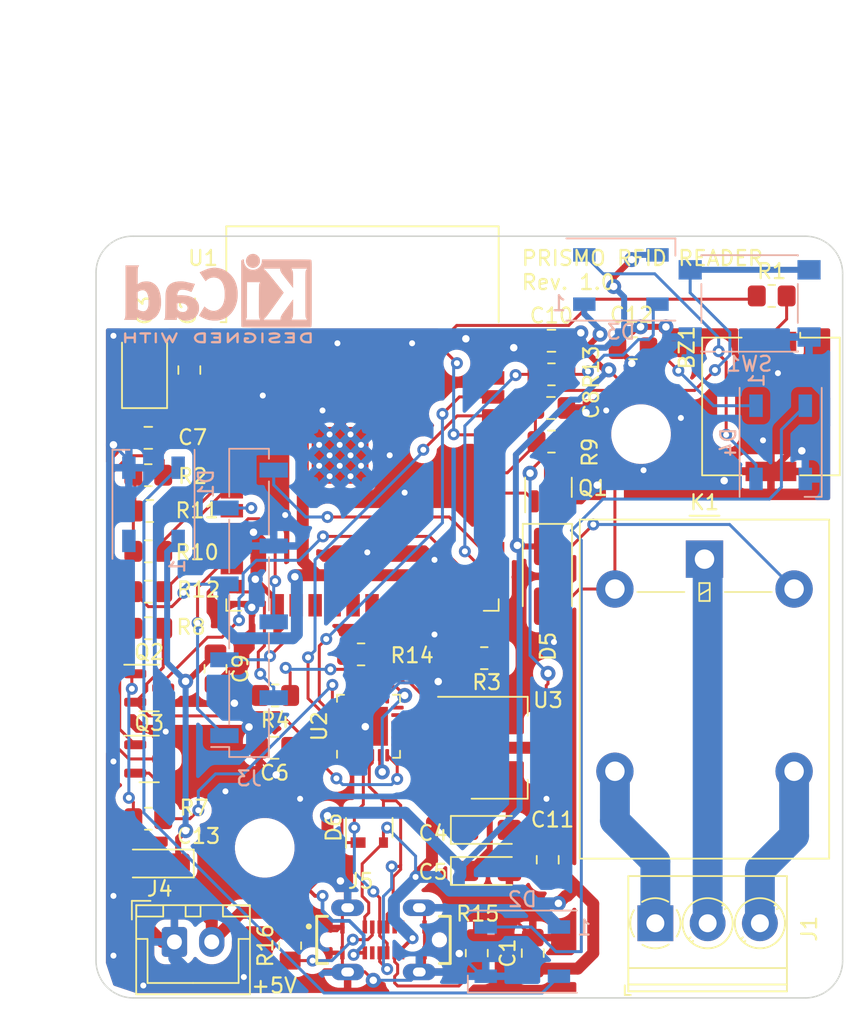
<source format=kicad_pcb>
(kicad_pcb (version 20240225) (generator "pcbnew") (generator_version "8.99")
  (title_block (title "PRISMO RFID Reader") (date "2024-02-09") (rev "1.0") (company "HackLab - Kyiv Hackerspace") (comment 1 "Author: Artem Synytsyn <a.synytsyn@gmail.com>"))
  (layers (0 "F.Cu" signal) (31 "B.Cu" signal) (34 "B.Paste" user) (35 "F.Paste" user) (36 "B.SilkS" user "B.Silkscreen") (37 "F.SilkS" user "F.Silkscreen") (38 "B.Mask" user) (39 "F.Mask" user) (44 "Edge.Cuts" user))
  (net 0 "")
  (net 1 "Net-(BZ1--)")
  (net 2 "GND")
  (net 3 "+5V")
  (net 4 "+3.3V")
  (net 5 "Net-(U2-VDD)")
  (net 6 "/EN")
  (net 7 "Net-(U1-IO19)")
  (net 8 "/RGB_LED")
  (net 9 "Net-(D5-A)")
  (net 10 "/D-")
  (net 11 "/D+")
  (net 12 "Net-(J1-Pin_2)")
  (net 13 "Net-(J1-Pin_1)")
  (net 14 "Net-(J1-Pin_3)")
  (net 15 "/PN532_IRQ")
  (net 16 "/PN532_RSTC")
  (net 17 "/PN532_SS")
  (net 18 "/PN532_MISO")
  (net 19 "/PN532_SCK")
  (net 20 "/PN532_MOSI")
  (net 21 "Net-(J5-CC1)")
  (net 22 "Net-(J5-CC2)")
  (net 25 "Net-(Q1-G)")
  (net 26 "/BOOT")
  (net 27 "/UART_DTR")
  (net 28 "Net-(Q2-B)")
  (net 29 "/UART_RTS")
  (net 30 "Net-(Q3-B)")
  (net 31 "Net-(U1-IO21)")
  (net 32 "Net-(U2-~{SUSPEND})")
  (net 33 "/REV_BIT_0")
  (net 34 "/REV_BIT_1")
  (net 35 "/REV_BIT_2")
  (net 36 "Net-(U1-IO4)")
  (net 37 "Net-(U2-~{RST})")
  (net 38 "Net-(U2-VIO)")
  (net 50 "/UART_TX")
  (net 57 "/UART_RX")
  (net 69 "Net-(D1-DIN)")
  (net 71 "Net-(D2-DIN)")
  (net 72 "Net-(D3-DOUT)")
  (footprint "Package_TO_SOT_SMD:SOT-223-3_TabPin2" (layer "F.Cu") (at 141.332233 111.582233)
    (property "Reference" "U3")
    (property "Value" "AMS1117-2.85")
  )
  (footprint "Resistor_SMD:R_0805_2012Metric_Pad1.20x1.40mm_HandSolder" (layer "F.Cu") (at 117.832233 103.582233)
    (property "Reference" "R8")
    (property "Value" "10k")
  )
  (footprint "Capacitor_Tantalum_SMD:CP_EIA-3528-21_Kemet-B_Pad1.50x2.35mm_HandSolder" (layer "F.Cu") (at 117.582233 86.207233 90)
    (property "Reference" "C3")
    (property "Value" "100uF")
  )
  (footprint "usb_connector:GCT_USB4120-03-C_REVA" (layer "F.Cu") (at 133.582233 124.447233)
    (property "Reference" "J5")
    (property "Value" "USB4120-03-C_REVA")
  )
  (footprint "Connector_JST:JST_XH_B2B-XH-A_1x02_P2.50mm_Vertical" (layer "F.Cu") (at 119.582233 124.582233)
    (property "Reference" "J4")
    (property "Value" "External 5V power")
  )
  (footprint "Resistor_SMD:R_0805_2012Metric_Pad1.20x1.40mm_HandSolder" (layer "F.Cu") (at 117.832233 93.332233 180)
    (property "Reference" "R2")
    (property "Value" "10k")
  )
  (footprint "Capacitor_SMD:C_0805_2012Metric_Pad1.18x1.45mm_HandSolder" (layer "F.Cu") (at 122.332233 106.294733 -90)
    (property "Reference" "C9")
    (property "Value" "100n")
  )
  (footprint "RF_Module:ESP32-WROOM-32D" (layer "F.Cu") (at 132.177233 92.532233)
    (property "Reference" "U1")
    (property "Value" "ESP32-WROOM-32D")
  )
  (footprint "Buzzer_Beeper:Buzzer_Murata_PKMCS0909E" (layer "F.Cu") (at 159.532233 88.732233 -90)
    (property "Reference" "BZ1")
    (property "Value" "Buzzer")
  )
  (footprint "Capacitor_SMD:C_0805_2012Metric_Pad1.18x1.45mm_HandSolder" (layer "F.Cu") (at 144.794733 88.832233)
    (property "Reference" "C8")
    (property "Value" "100n")
  )
  (footprint "Resistor_SMD:R_0805_2012Metric_Pad1.20x1.40mm_HandSolder" (layer "F.Cu") (at 144.832233 91.082233)
    (property "Reference" "R9")
    (property "Value" "10k")
  )
  (footprint "Package_TO_SOT_SMD:SOT-23" (layer "F.Cu") (at 117.894733 107.582233)
    (property "Reference" "Q2")
    (property "Value" "BC847")
  )
  (footprint "Capacitor_SMD:C_0805_2012Metric_Pad1.18x1.45mm_HandSolder" (layer "F.Cu") (at 150.294733 84.832233 180)
    (property "Reference" "C12")
    (property "Value" "100n")
  )
  (footprint "Capacitor_SMD:C_0805_2012Metric_Pad1.18x1.45mm_HandSolder" (layer "F.Cu") (at 117.832233 90.832233 180)
    (property "Reference" "C7")
    (property "Value" "1uF")
  )
  (footprint "Package_TO_SOT_SMD:SOT-143" (layer "F.Cu") (at 132.632233 116.932233 90)
    (property "Reference" "D6")
    (property "Value" "SP0503BAHT")
  )
  (footprint "MountingHole:MountingHole_3.5mm" (layer "F.Cu") (at 125.632233 118.282233)
    (property "Reference" "H1" (hide yes))
    (property "Value" "MountingHole")
  )
  (footprint "Diode_SMD:D_SMA" (layer "F.Cu") (at 144.559733 100.104733 -90)
    (property "Reference" "D5")
    (property "Value" "US1M")
  )
  (footprint "Relay_THT:Relay_SPDT_Omron-G5LE-1" (layer "F.Cu") (at 155.082233 98.954733)
    (property "Reference" "K1")
    (property "Value" "G5LE-1")
  )
  (footprint "Resistor_SMD:R_0805_2012Metric_Pad1.20x1.40mm_HandSolder" (layer "F.Cu") (at 159.582233 81.332233)
    (property "Reference" "R1")
    (property "Value" "22R")
  )
  (footprint "Resistor_SMD:R_0805_2012Metric_Pad1.20x1.40mm_HandSolder" (layer "F.Cu") (at 117.832233 98.432233 180)
    (property "Reference" "R10")
    (property "Value" "10k")
  )
  (footprint "Resistor_SMD:R_0805_2012Metric_Pad1.20x1.40mm_HandSolder" (layer "F.Cu") (at 126.332233 108.082233 180)
    (property "Reference" "R4")
    (property "Value" "10k")
  )
  (footprint "Resistor_SMD:R_0805_2012Metric_Pad1.20x1.40mm_HandSolder" (layer "F.Cu") (at 117.832233 101.132233 180)
    (property "Reference" "R12")
    (property "Value" "10k")
  )
  (footprint "Capacitor_SMD:C_0805_2012Metric_Pad1.18x1.45mm_HandSolder" (layer "F.Cu") (at 143.582233 125.332233 90)
    (property "Reference" "C1")
    (property "Value" "100n")
  )
  (footprint "Package_TO_SOT_SMD:SOT-23" (layer "F.Cu") (at 144.632233 94.144733 90)
    (property "Reference" "Q1")
    (property "Value" "2N7002")
  )
  (footprint "Package_TO_SOT_SMD:SOT-23" (layer "F.Cu") (at 117.894733 112.332233)
    (property "Reference" "Q3")
    (property "Value" "BC847")
  )
  (footprint "Resistor_SMD:R_0805_2012Metric_Pad1.20x1.40mm_HandSolder" (layer "F.Cu") (at 132.082233 105.332233)
    (property "Reference" "R14")
    (property "Value" "1k")
  )
  (footprint "Capacitor_SMD:C_0805_2012Metric_Pad1.18x1.45mm_HandSolder" (layer "F.Cu") (at 126.294733 111.582233 180)
    (property "Reference" "C6")
    (property "Value" "1uF")
  )
  (footprint "Package_DFN_QFN:QFN-24-1EP_4x4mm_P0.5mm_EP2.6x2.6mm" (layer "F.Cu") (at 132.582233 110.144733 90)
    (property "Reference" "U2")
    (property "Value" "CP2102N-Axx-xQFN24")
  )
  (footprint "Capacitor_Tantalum_SMD:CP_EIA-3216-18_Kemet-A_Pad1.58x1.35mm_HandSolder" (layer "F.Cu") (at 140.582233 117.082233)
    (property "Reference" "C4")
    (property "Value" "10uF")
  )
  (footprint "Resistor_SMD:R_0805_2012Metric_Pad1.20x1.40mm_HandSolder" (layer "F.Cu") (at 139.832233 125.332233 90)
    (property "Reference" "R15")
    (property "Value" "5.6k")
  )
  (footprint "Resistor_SMD:R_0805_2012Metric_Pad1.20x1.40mm_HandSolder" (layer "F.Cu") (at 117.832233 116.332233)
    (property "Reference" "R7")
    (property "Value" "10k")
  )
  (footprint "Resistor_SMD:R_0805_2012Metric_Pad1.20x1.40mm_HandSolder" (layer "F.Cu") (at 140.332233 105.582233)
    (property "Reference" "R3")
    (property "Value" "10k")
  )
  (footprint "Resistor_SMD:R_0805_2012Metric_Pad1.20x1.40mm_HandSolder" (layer "F.Cu") (at 144.832233 86.582233)
    (property "Reference" "R13")
    (property "Value" "220R")
  )
  (footprint "TerminalBlock_Phoenix:TerminalBlock_Phoenix_PT-1,5-3-3.5-H_1x03_P3.50mm_Horizontal" (layer "F.Cu") (at 151.792233 123.332233)
    (property "Reference" "J1")
    (property "Value" "Conn_01x03")
  )
  (footprint "Resistor_SMD:R_0805_2012Metric_Pad1.20x1.40mm_HandSolder" (layer "F.Cu") (at 117.932233 95.732233 180)
    (property "Reference" "R11")
    (property "Value" "10k")
  )
  (footprint "Capacitor_SMD:C_0805_2012Metric_Pad1.18x1.45mm_HandSolder" (layer "F.Cu") (at 120.582233 86.294733 90)
    (property "Reference" "C2")
    (property "Value" "100n")
  )
  (footprint "MountingHole:MountingHole_3.5mm" (layer "F.Cu") (at 150.832233 90.582233)
    (property "Reference" "H2" (hide yes))
    (property "Value" "MountingHole")
  )
  (footprint "Capacitor_SMD:C_0805_2012Metric_Pad1.18x1.45mm_HandSolder" (layer "F.Cu") (at 144.582233 119.082233 90)
    (property "Reference" "C11")
    (property "Value" "100n")
  )
  (footprint "Capacitor_Tantalum_SMD:CP_EIA-3216-18_Kemet-A_Pad1.58x1.35mm_HandSolder" (layer "F.Cu") (at 140.582233 119.832233)
    (property "Reference" "C5")
    (property "Value" "10uF")
  )
  (footprint "Capacitor_Tantalum_SMD:CP_EIA-3216-18_Kemet-A_Pad1.58x1.35mm_HandSolder" (layer "F.Cu") (at 118.394733 119.332233 180)
    (property "Reference" "C13")
    (property "Value" "10uF")
  )
  (footprint "Capacitor_SMD:C_0805_2012Metric_Pad1.18x1.45mm_HandSolder" (layer "F.Cu") (at 144.832233 84.332233)
    (property "Reference" "C10")
    (property "Value" "100n")
  )
  (footprint "Resistor_SMD:R_0805_2012Metric_Pad1.20x1.40mm_HandSolder" (layer "F.Cu") (at 127.332233 124.832233 90)
    (property "Reference" "R16")
    (property "Value" "5.6k")
  )
  (footprint "Button_Switch_SMD:SW_SPST_PTS645" (layer "B.Cu") (at 158.102233 81.832233)
    (property "Reference" "SW1")
    (property "Value" "Logout button")
  )
  (footprint "Connector_PinSocket_2.54mm:PinSocket_1x08_P2.54mm_Vertical_SMD_Pin1Left" (layer "B.Cu") (at 124.582233 101.882233)
    (property "Reference" "J3")
    (property "Value" "PN532 Connector")
  )
  (footprint "LED_SMD:LED_WS2812B_PLCC4_5.0x5.0mm_P3.2mm" (layer "B.Cu") (at 142.882233 125.232233 180)
    (property "Reference" "D2")
    (property "Value" "WS2812B")
  )
  (footprint "LED_SMD:LED_WS2812B_PLCC4_5.0x5.0mm_P3.2mm" (layer "B.Cu") (at 118.182233 95.282233 90)
    (property "Reference" "D1")
    (property "Value" "WS2812B")
  )
  (footprint "LED_SMD:LED_WS2812B_PLCC4_5.0x5.0mm_P3.2mm" (layer "B.Cu") (at 160.182233 91.132233 -90)
    (property "Reference" "D4")
    (property "Value" "WS2812B")
  )
  (footprint "LED_SMD:LED_WS2812B_PLCC4_5.0x5.0mm_P3.2mm" (layer "B.Cu") (at 149.482233 80.232233)
    (property "Reference" "D3")
    (property "Value" "WS2812B")
  )
  (footprint "Symbol:KiCad-Logo2_5mm_SilkScreen" (layer "B.Cu") (at 122.5 81.5 180)
    (property "Reference" "REF**" (hide yes))
    (property "Value" "KiCad-Logo2_5mm_SilkScreen" (hide yes))
  )
  (gr_line (start 116.832233 77.332233) (end 161.832233 77.332233) (stroke (width 0.1)) (layer "Edge.Cuts"))
  (gr_line (start 161.832233 128.332233) (end 116.832233 128.332233) (stroke (width 0.1)) (layer "Edge.Cuts"))
  (gr_arc (start 161.832233 77.332233) (mid 163.6 78.064466) (end 164.332233 79.832233) (stroke (width 0.1)) (layer "Edge.Cuts"))
  (gr_arc (start 114.333955 79.766224) (mid 115.06967 78.022243) (end 116.832233 77.332233) (stroke (width 0.1)) (layer "Edge.Cuts"))
  (gr_line (start 114.332233 125.832233) (end 114.333955 79.766224) (stroke (width 0.1)) (layer "Edge.Cuts"))
  (gr_line (start 164.332233 79.832233) (end 164.332233 125.832233) (stroke (width 0.1)) (layer "Edge.Cuts"))
  (gr_arc (start 116.832233 128.332233) (mid 115.064466 127.6) (end 114.332233 125.832233) (stroke (width 0.1)) (layer "Edge.Cuts"))
  (gr_arc (start 164.332233 125.832233) (mid 163.6 127.6) (end 161.832233 128.332233) (stroke (width 0.1)) (layer "Edge.Cuts"))
  (gr_text "+5V" (at 124.642233 128.092233 0) (layer "F.SilkS") (effects (font (size 1 1)) (justify left bottom)))
  (gr_text "PRISMO RFID READER\nRev. 1.0" (at 142.75 81 0) (layer "F.SilkS") (effects (font (size 1 1)) (justify left bottom)))
  (segment (start 159.532233 84.382233) (end 159.532233 83.932233) (width 0.2) (layer "F.Cu") (net 1))
  (segment (start 160.582233 82.882233) (end 160.582233 81.332233) (width 0.2) (layer "F.Cu") (net 1))
  (segment (start 159.532233 83.932233) (end 160.582233 82.882233) (width 0.2) (layer "F.Cu") (net 1))
  (segment (start 146.817767 95.082233) (end 147.9 94) (width 0.4) (layer "F.Cu") (net 2))
  (segment (start 141.792617 84.282233) (end 142.306991 84.796607) (width 0.4) (layer "F.Cu") (net 2))
  (segment (start 119.807233 85.257233) (end 120.582233 85.257233) (width 0.8) (layer "F.Cu") (net 2))
  (segment (start 146.8 83.8) (end 146.401966 83.8) (width 0.4) (layer "F.Cu") (net 2))
  (segment (start 124.517767 108.082233) (end 125.332233 108.082233) (width 0.4) (layer "F.Cu") (net 2))
  (segment (start 131.832233 112.082233) (end 131.832233 110.705088) (width 0.2) (layer "F.Cu") (net 2))
  (segment (start 138.182233 108.082233) (end 137.250002 107.150002) (width 0.2) (layer "F.Cu") (net 2))
  (segment (start 138.182233 109.282233) (end 138.182233 108.082233) (width 0.2) (layer "F.Cu") (net 2))
  (segment (start 132.332233 126.582233) (end 132.9 127.15) (width 0.2) (layer "F.Cu") (net 2))
  (segment (start 145.832233 88.832233) (end 146.832233 88.832233) (width 0.4) (layer "F.Cu") (net 2))
  (segment (start 156.4 93.7) (end 157.1 93) (width 0.4) (layer "F.Cu") (net 2))
  (segment (start 149 80.7) (end 149 80.1) (width 0.4) (layer "F.Cu") (net 2))
  (segment (start 142.019733 119.832233) (end 143.225983 118.625983) (width 0.2) (layer "F.Cu") (net 2))
  (segment (start 124.877235 97.153257) (end 125 97.276022) (width 0.4) (layer "F.Cu") (net 2))
  (segment (start 118.782233 124.582233) (end 116.932233 122.732233) (width 0.8) (layer "F.Cu") (net 2))
  (segment (start 126.4 113.4) (end 125.257233 112.257233) (width 0.2) (layer "F.Cu") (net 2))
  (segment (start 142.019733 117.419733) (end 143.225983 118.625983) (width 0.2) (layer "F.Cu") (net 2))
  (segment (start 124.5 108.1) (end 124.517767 108.082233) (width 0.4) (layer "F.Cu") (net 2))
  (segment (start 117.582233 84.582233) (end 116.617767 84.582233) (width 0.8) (layer "F.Cu") (net 2))
  (segment (start 140.927233 84.282233) (end 141.792617 84.282233) (width 0.4) (layer "F.Cu") (net 2))
  (segment (start 116.957233 122.707233) (end 116.957233 119.332233) (width 0.8) (layer "F.Cu") (net 2))
  (segment (start 157.1 93) (end 159.45 93) (width 0.4) (layer "F.Cu") (net 2))
  (segment (start 130.832233 123.582233) (end 130.832233 122.647233) (width 0.2) (layer "F.Cu") (net 2))
  (segment (start 130.677233 86.777233) (end 130.677233 92.002233) (width 0.8) (layer "F.Cu") (net 2))
  (segment (start 131.832233 112.082233) (end 131.832233 112.509119) (width 0.2) (layer "F.Cu") (net 2))
  (segment (start 130.8 114.882233) (end 130.8 117.5) (width 0.2) (layer "F.Cu") (net 2))
  (segment (start 120.582233 85.257233) (end 121.557233 84.282233) (width 0.8) (layer "F.Cu") (net 2))
  (segment (start 130.832233 126.247233) (end 131.182233 126.597233) (width 0.2) (layer "F.Cu") (net 2))
  (segment (start 142.019733 117.082233) (end 142.019733 117.419733) (width 0.2) (layer "F.Cu") (net 2))
  (segment (start 125.6 100.9) (end 126.467233 101.767233) (width 0.4) (layer "F.Cu") (net 2))
  (segment (start 128.182233 84.282233) (end 130.677233 86.777233) (width 0.8) (layer "F.Cu") (net 2))
  (segment (start 130.8 117.7) (end 131.032233 117.932233) (width 0.2) (layer "F.Cu") (net 2))
  (segment (start 115.5 91.3) (end 116.33125 90.46875) (width 0.2) (layer "F.Cu") (net 2))
  (segment (start 124.760295 104.904171) (end 124.760295 102.185775) (width 0.4) (layer "F.Cu") (net 2))
  (segment (start 138.182233 123.582233) (end 138.65 124.05) (width 0.2) (layer "F.Cu") (net 2))
  (segment (start 146.401966 83.8) (end 145.869733 84.332233) (width 0.4) (layer "F.Cu") (net 2))
  (segment (start 160.914466 91.7) (end 159.532233 93.082233) (width 0.4) (layer "F.Cu") (net 2))
  (segment (start 150.211566 85.786566) (end 149.257233 84.832233) (width 0.4) (layer "F.Cu") (net 2))
  (segment (start 136.332233 123.582233) (end 138.182233 123.582233) (width 0.2) (layer "F.Cu") (net 2))
  (segment (start 149 80.1) (end 150.2 78.9) (width 0.4) (layer "F.Cu") (net 2))
  (segment (start 131.832233 110.705088) (end 132.367198 110.170123) (width 0.2) (layer "F.Cu") (net 2))
  (segment (start 138.932233 124.332233) (end 139.832233 124.332233) (width 0.2) (layer "F.Cu") (net 2))
  (segment (start 126.646447 123.832233) (end 124.896447 125.582233) (width 0.8) (layer "F.Cu") (net 2))
  (segment (start 123.6 108.6) (end 122.332233 107.332233) (width 0.4) (layer "F.Cu") (net 2))
  (segment (start 142.019733 119.832233) (end 142.019733 122.732233) (width 0.2) (layer "F.Cu") (net 2))
  (segment (start 123.6 108.6) (end 124.1 108.1) (width 0.4) (layer "F.Cu") (net 2))
  (segment (start 161.6 91.7) (end 160.914466 91.7) (width 0.4) (layer "F.Cu") (net 2))
  (segment (start 123.427233 84.282233) (end 128.182233 84.282233) (width 0.8) (layer "F.Cu") (net 2))
  (segment (start 116.617767 84.582233) (end 115.807233 85.392767) (width 0.8) (layer "F.Cu") (net 2))
  (segment (start 124.1 108.1) (end 124.5 108.1) (width 0.4) (layer "F.Cu") (net 2))
  (segment (start 136.332233 122.647233) (end 135.982233 122.297233) (width 0.2) (layer "F.Cu") (net 2))
  (segment (start 122.332233 107.332233) (end 124.760295 104.904171) (width 0.4) (layer "F.Cu") (net 2))
  (segment (start 127.332233 123.832233) (end 126.646447 123.832233) (width 0.8) (layer "F.Cu") (net 2))
  (segment (start 131.5 114.182233) (end 130.8 114.882233) (width 0.2) (layer "F.Cu") (net 2))
  (segment (start 119.132233 84.582233) (end 119.807233 85.257233) (width 0.8) (layer "F.Cu") (net 2))
  (segment (start 115.807233 85.392767) (end 115.807233 89.844733) (width 0.8) (layer "F.Cu") (net 2))
  (segment (start 138.65 124.05) (end 138.932233 124.332233) (width 0.2) (layer "F.Cu") (net 2))
  (segment (start 125.6 100.9) (end 125 100.3) (width 0.4) (layer "F.Cu") (net 2))
  (segment (start 116.33125 90.36875) (end 116.794733 90.832233) (width 0.8) (layer "F.Cu") (net 2))
  (segment (start 130.717767 123.582233) (end 130.467767 123.832233) (width 0.2) (layer "F.Cu") (net 2))
  (segment (start 125.257233 111.582233) (end 125.257233 110.870673) (width 0.4) (layer "F.Cu") (net 2))
  (segment (start 124.896447 125.582233) (end 124.882232 125.582234) (width 0.8) (layer "F.Cu") (net 2))
  (segment (start 136.332233 126.247233) (end 135.982233 126.597233) (width 0.2) (layer "F.Cu") (net 2))
  (segment (start 115.807233 89.844733) (end 116.33125 90.36875) (width 0.8) (layer "F.Cu") (net 2))
  (segment (start 140.927233 84.282233) (end 139.182233 84.282233) (width 0.4) (layer "F.Cu") (net 2))
  (segment (start 138.659548 124.059548) (end 138.65 124.05) (width 0.2) (layer "F.Cu") (net 2))
  (segment (start 142.04375 122.75625) (end 143.582233 124.294733) (width 0.2) (layer "F.Cu") (net 2))
  (segment (start 121.557233 84.282233) (end 123.427233 84.282233) (width 0.8) (layer "F.Cu") (net 2))
  (segment (start 117.582233 84.582233) (end 119.132233 84.582233) (width 0.8) (layer "F.Cu") (net 2))
  (segment (start 136.332233 123.582233) (end 136.332233 122.647233) (width 0.2) (layer "F.Cu") (net 2))
  (segment (start 130.832233 125.312233) (end 130.832233 126.247233) (width 0.2) (layer "F.Cu") (net 2))
  (segment (start 130.7 120.5) (end 130.7 117.6) (width 0.2) (layer "F.Cu") (net 2))
  (segment (start 124.232233 126.232233) (end 124.232233 126.932233) (width 0.8) (layer "F.Cu") (net 2))
  (segment (start 143.225983 118.625983) (end 143.807233 118.044733) (width 0.2) (layer "F.Cu") (net 2))
  (segment (start 125.257233 112.257233) (end 125.257233 111.582233) (width 0.2) (layer "F.Cu") (net 2))
  (segment (start 136.332233 125.312233) (end 136.332233 126.247233) (width 0.2) (layer "F.Cu") (net 2))
  (segment (start 131.832233 112.509119) (end 131.5 112.841352) (width 0.2) (layer "F.Cu") (net 2))
  (segment (start 136.332233 125.312233) (end 136.332233 123.582233) (width 0.2) (layer "F.Cu") (net 2))
  (segment (start 143.807233 118.044733) (end 144.582233 118.044733) (width 0.2) (layer "F.Cu") (net 2))
  (segment (start 130.832233 123.582233) (end 130.717767 123.582233) (width 0.2) (layer "F.Cu") (net 2))
  (segment (start 131.5 112.841352) (end 131.5 114.182233) (width 0.2) (layer "F.Cu") (net 2))
  (segment (start 150.799996 83.4) (end 152.500006 83.4) (width 0.4) (layer "F.Cu") (net 2))
  (segment (start 125.257233 110.870673) (end 124.577498 110.190938) (width 0.4) (layer "F.Cu") (net 2))
  (segment (start 131.032233 117.932233) (end 131.882233 117.932233) (width 0.2) (layer "F.Cu") (net 2))
  (segment (start 119.582233 124.582233) (end 118.782233 124.582233) (width 0.8) (layer "F.Cu") (net 2))
  (segment (start 139.832233 124.332233) (end 141.408216 122.75625) (width 0.2) (layer "F.Cu") (net 2))
  (segment (start 138.659548 125.359552) (end 138.659548 124.059548) (width 0.2) (layer "F.Cu") (net 2))
  (segment (start 124.882232 125.582234) (end 124.232233 126.232233) (width 0.8) (layer "F.Cu") (net 2))
  (segment (start 125 97.276022) (end 125 100.3) (width 0.4) (layer "F.Cu") (net 2))
  (segment (start 116.932233 122.732233) (end 116.957233 122.707233) (width 0.8) (layer "F.Cu") (net 2))
  (segment (start 141.408216 122.75625) (end 142.04375 122.75625) (width 0.2) (layer "F.Cu") (net 2))
  (segment (start 130.467767 123.832233) (end 127.332233 123.832233) (width 0.2) (layer "F.Cu") (net 2))
  (segment (start 159.45 93) (end 159.532233 93.082233) (width 0.4) (layer "F.Cu") (net 2))
  (segment (start 150.211566 85.845095) (end 150.211566 85.786566) (width 0.4) (layer "F.Cu") (net 2))
  (segment (start 126.467233 101.767233) (end 126.467233 102.042233) (width 0.4) (layer "F.Cu") (net 2))
  (segment (start 142.019733 122.732233) (end 142.04375 122.75625) (width 0.2) (layer "F.Cu") (net 2))
  (segment (start 145.582233 95.082233) (end 146.817767 95.082233) (width 0.4) (layer "F.Cu") (net 2))
  (segment (start 139.182233 84.282233) (end 139.1 84.2) (width 0.4) (layer "F.Cu") (net 2))
  (segment (start 146.832233 88.832233) (end 147.15 89.15) (width 0.4) (layer "F.Cu") (net 2))
  (segment (start 130.832233 125.312233) (end 130.832233 123.582233) (width 0.2) (layer "F.Cu") (net 2))
  (segment (start 116.33125 90.46875) (end 116.33125 90.36875) (width 0.2) (layer "F.Cu") (net 2))
  (segment (start 130.7 117.6) (end 130.8 117.5) (width 0.2) (layer "F.Cu") (net 2))
  (segment (start 130.8 117.5) (end 130.8 117.7) (width 0.2) (layer "F.Cu") (net 2))
  (segment (start 130.832233 122.647233) (end 131.182233 122.297233) (width 0.2) (layer "F.Cu") (net 2))
  (via (at 128 115) (size 0.8) (drill 0.4) (layers "F.Cu" "B.Cu") (net 2))
  (via (at 150.799996 83.4) (size 1) (drill 0.5) (layers "F.Cu" "B.Cu") (net 2))
  (via (at 137 104) (size 0.8) (drill 0.4) (layers "F.Cu" "B.Cu") (net 2))
  (via (at 135 94.5) (size 0.8) (drill 0.4) (layers "F.Cu" "B.Cu") (net 2))
  (via (at 138.659548 125.359552) (size 1) (drill 0.5) (layers "F.Cu" "B.Cu") (net 2))
  (via (at 124.877235 97.153257) (size 1) (drill 0.5) (layers "F.Cu" "B.Cu") (net 2))
  (via (at 129.5 89) (size 0.8) (drill 0.4) (layers "F.Cu" "B.Cu") (net 2))
  (via (at 125 100.3) (size 1) (drill 0.5) (layers "F.Cu" "B.Cu") (net 2))
  (via (at 161.6 91.7) (size 1) (drill 0.5) (layers "F.Cu" "B.Cu") (net 2))
  (via (at 132.5 98.5) (size 0.8) (drill 0.4) (layers "F.Cu" "B.Cu") (net 2))
  (via (at 137 99) (size 0.8) (drill 0.4) (layers "F.Cu" "B.Cu") (net 2))
  (via (at 124.577498 110.190938) (size 1) (drill 0.5) (layers "F.Cu" "B.Cu") (net 2))
  (via (at 115.5 125.5) (size 0.8) (drill 0.4) (layers "F.Cu" "B.Cu") (net 2))
  (via (at 150.2 78.9) (size 1) (drill 0.5) (layers "F.Cu" "B.Cu") (net 2))
  (via (at 119 110.5) (size 0.8) (drill 0.4) (layers "F.Cu" "B.Cu") (net 2))
  (via (at 142.306991 84.796607) (size 1) (drill 0.5) (layers "F.Cu" "B.Cu") (net 2))
  (via (at 124.232233 126.932233) (size 0.8) (drill 0.4) (layers "F.Cu" "B.Cu") (net 2))
  (via (at 115.5 91.3) (size 1) (drill 0.5) (layers "F.Cu" "B.Cu") (net 2))
  (via (at 148.5 89) (size 0.8) (drill 0.4) (layers "F.Cu" "B.Cu") (net 2))
  (via (at 115.5 121.5) (size 0.8) (drill 0.4) (layers "F.Cu" "B.Cu") (net 2))
  (via (at 123 114.5) (size 0.8) (drill 0.4) (layers "F.Cu" "B.Cu") (net 2))
  (via (at 149 80.7) (size 1) (drill 0.5) (layers "F.Cu" "B.Cu") (net 2))
  (via (at 144.5 115) (size 0.8) (drill 0.4) (layers "F.Cu" "B.Cu") (net 2))
  (via (at 130.7 120.5) (size 1) (drill 0.5) (layers "F.Cu" "B.Cu") (net 2))
  (via (at 159 91) (size 0.8) (drill 0.4) (layers "F.Cu" "B.Cu") (net 2))
  (via (at 124.760295 102.185775) (size 1) (drill 0.5) (layers "F.Cu" "B.Cu") (net 2))
  (via (at 146.8 83.8) (size 1) (drill 0.5) (layers "F.Cu" "B.Cu") (net 2))
  (via (at 132.367198 110.170123) (size 1) (drill 0.5) (layers "F.Cu" "B.Cu") (net 2))
  (via (at 117.5 127.5) (size 0.8) (drill 0.4) (layers "F.Cu" "B.Cu") (net 2))
  (via (at 156.4 93.7) (size 1) (drill 0.5) (layers "F.Cu" "B.Cu") (net 2))
  (via (at 150.211566 85.845095) (size 1) (drill 0.5) (layers "F.Cu" "B.Cu") (net 2))
  (via (at 135.5 84.5) (size 0.8) (drill 0.4) (layers "F.Cu" "B.Cu") (net 2))
  (via (at 123.6 108.6) (size 1) (drill 0.5) (layers "F.Cu" "B.Cu") (net 2))
  (via (at 127 96) (size 0.8) (drill 0.4) (layers "F.Cu" "B.Cu") (net 2))
  (via (at 126.4 113.4) (size 1) (drill 0.5) (layers "F.Cu" "B.Cu") (net 2))
  (via (at 151 93) (size 0.8) (drill 0.4) (layers "F.Cu" "B.Cu") (net 2))
  (via (at 147.15 89.15) (size 1) (drill 0.5) (layers "F.Cu" "B.Cu") (net 2))
  (via (at 153.5 89.5) (size 0.8) (drill 0.4) (layers "F.Cu" "B.Cu") (net 2))
  (via (at 160 86.5) (size 0.8) (drill 0.4) (layers "F.Cu" "B.Cu") (net 2))
  (via (at 152.500006 83.4) (size 1) (drill 0.5) (layers "F.Cu" "B.Cu") (net 2))
  (via (at 132.9 127.15) (size 1) (drill 0.5) (layers "F.Cu" "B.Cu") (net 2))
  (via (at 134 92) (size 0.8) (drill 0.4) (layers "F.Cu" "B.Cu") (net 2))
  (via (at 137.250002 107.150002) (size 1) (drill 0.5) (layers "F.Cu" "B.Cu") (net 2))
  (via (at 125.5 88) (size 0.8) (drill 0.4) (layers "F.Cu" "B.Cu") (net 2))
  (via (at 115.5 112.5) (size 0.8) (drill 0.4) (layers "F.Cu" "B.Cu") (net 2))
  (via (at 139.1 84.2) (size 1) (drill 0.5) (layers "F.Cu" "B.Cu") (net 2))
  (via (at 145 104.5) (size 0.8) (drill 0.4) (layers "F.Cu" "B.Cu") (net 2))
  (via (at 130.5 84.5) (size 0.8) (drill 0.4) (layers "F.Cu" "B.Cu") (net 2))
  (via (at 115.5 84) (size 0.8) (drill 0.4) (layers "F.Cu" "B.Cu") (net 2))
  (via (at 147.9 94) (size 1) (drill 0.5) (layers "F.Cu" "B.Cu") (net 2))
  (segment (start 145.4 84.796607) (end 148.457037 84.796607) (width 0.4) (layer "B.Cu") (net 2))
  (segment (start 163.3 88.2) (end 162.082233 86.982233) (width 0.4) (layer "B.Cu") (net 2))
  (segment (start 131.182233 120.982233) (end 130.7 120.5) (width 0.2) (layer "B.Cu") (net 2))
  (segment (start 124.882233 93.982233) (end 124.882233 91.817767) (width 0.4) (layer "B.Cu") (net 2))
  (segment (start 149.7 83.553644) (end 150.646352 83.553644) (width 0.4) (layer "B.Cu") (net 2))
  (segment (start 154.122233 84.082233) (end 153.717767 84.082233) (width 0.4) (layer "B.Cu") (net 2))
  (segment (start 149.7 81.4) (end 149 80.7) (width 0.4) (layer "B.Cu") (net 2))
  (segment (start 126.078976 97.153257) (end 126.232233 97) (width 0.4) (layer "B.Cu") (net 2))
  (segment (start 153.25 84.55) (end 151.9 85.9) (width 0.4) (layer "B.Cu") (net 2))
  (segment (start 140.432233 126.882233) (end 140.182229 126.882233) (width 0.2) (layer "B.Cu") (net 2))
  (segment (start 119.582233 124.582233) (end 119.582233 125.682233) (width 0.8) (layer "B.Cu") (net 2))
  (segment (start 150.2 78.9) (end 150.517767 78.582233) (width 0.4) (layer "B.Cu") (net 2))
  (segment (start 124.760295 102.185775) (end 124.760295 100.539705) (width 0.4) (layer "B.Cu") (net 2))
  (segment (start 151.3 85.9) (end 151.245095 85.845095) (width 0.4) (layer "B.Cu") (net 2))
  (segment (start 129.579466 91) (end 129.977233 90.602233) (width 0.4) (layer "B.Cu") (net 2))
  (segment (start 162.082233 86.982233) (end 162.082233 84.082233) (width 0.4) (layer "B.Cu") (net 2))
  (segment (start 131.182233 122.297233) (end 131.182233 120.982233) (width 0.2) (layer "B.Cu") (net 2))
  (segment (start 137.168553 107.231451) (end 134.651356 107.231451) (width 0.2) (layer "B.Cu") (net 2))
  (segment (start 163.3 90) (end 163.3 88.2) (width 0.4) (layer "B.Cu") (net 2))
  (segment (start 145.803393 84.796607) (end 146.8 83.8) (width 0.4) (layer "B.Cu") (net 2))
  (segment (start 147.9 94) (end 147 93.1) (width 0.4) (layer "B.Cu") (net 2))
  (segment (start 152.8 84.55) (end 152.500006 84.250006) (width 0.4) (layer "B.Cu") (net 2))
  (segment (start 161.6 91.7) (end 163.3 90) (width 0.4) (layer "B.Cu") (net 2))
  (segment (start 149.7 82.1) (end 149.7 81.4) (width 0.4) (layer "B.Cu") (net 2))
  (segment (start 126.232233 95.332233) (end 124.882233 93.982233) (width 0.4) (layer "B.Cu") (net 2))
  (segment (start 150.211566 86.088434) (end 147.15 89.15) (width 0.4) (layer "B.Cu") (net 2))
  (segment (start 153.25 84.55) (end 152.8 84.55) (width 0.4) (layer "B.Cu") (net 2))
  (segment (start 147 93.1) (end 147 89.3) (width 0.4) (layer "B.Cu") (net 2))
  (segment (start 126.232233 98.072233) (end 126.232233 97) (width 0.4) (layer "B.Cu") (net 2))
  (segment (start 161.832233 91.932233) (end 161.6 91.7) (width 0.4) (layer "B.Cu") (net 2))
  (segment (start 124.760295 100.539705) (end 125 100.3) (width 0.4) (layer "B.Cu") (net 2))
  (segment (start 134.651356 107.231451) (end 132.367198 109.515609) (width 0.2) (layer "B.Cu") (net 2))
  (segment (start 132.367198 110.170123) (end 129.629877 110.170123) (width 0.2) (layer "B.Cu") (net 2))
  (segment (start 147.9 94) (end 156.1 94) (width 0.4) (layer "B.Cu") (net 2))
  (segment (start 152.500006 84.250006) (end 152.500006 83.4) (width 0.4) (layer "B.Cu") (net 2))
  (segment (start 142.306991 84.796607) (end 145.4 84.796607) (width 0.4) (layer "B.Cu") (net 2))
  (segment (start 120.832233 126.932233) (end 124.232233 126.932233) (width 0.8) (layer "B.Cu") (net 2))
  (segment (start 116.532233 92.332233) (end 115.5 91.3) (width 0.2) (layer "B.Cu") (net 2))
  (segment (start 161.832233 93.582233) (end 161.832233 91.932233) (width 0.4) (layer "B.Cu") (net 2))
  (segment (start 135.982233 126.597233) (end 135.429466 127.15) (width 0.2) (layer "B.Cu") (net 2))
  (segment (start 145.4 84.796607) (end 145.803393 84.796607) (width 0.4) (layer "B.Cu") (net 2))
  (segment (start 149.7 83.553644) (end 149.7 82.1) (width 0.4) (layer "B.Cu") (net 2))
  (segment (start 125.7 91) (end 129.579466 91) (width 0.4) (layer "B.Cu") (net 2))
  (segment (start 151.245095 85.845095) (end 150.211566 85.845095) (width 0.4) (layer "B.Cu") (net 2))
  (segment (start 124.877235 97.153257) (end 126.078976 97.153257) (width 0.4) (layer "B.Cu") (net 2))
  (segment (start 135.429466 127.15) (end 132.9 127.15) (width 0.2) (layer "B.Cu") (net 2))
  (segment (start 124.882233 91.817767) (end 125.7 91) (width 0.4) (layer "B.Cu") (net 2))
  (segment (start 140.182229 126.882233) (end 138.659548 125.359552) (width 0.2) (layer "B.Cu") (net 2))
  (segment (start 147 89.3) (end 147.15 89.15) (width 0.4) (layer "B.Cu") (net 2))
  (segment (start 119.582233 125.682233) (end 120.832233 126.932233) (width 0.8) (layer "B.Cu") (net 2))
  (segment (start 150.517767 78.582233) (end 151.932233 78.582233) (width 0.4) (layer "B.Cu") (net 2))
  (segment (start 137.250002 107.150002) (end 137.168553 107.231451) (width 0.2) (layer "B.Cu") (net 2))
  (segment (start 116.532233 92.832233) (end 116.532233 92.332233) (width 0.2) (layer "B.Cu") (net 2))
  (segment (start 124.577498 109.577498) (end 123.6 108.6) (width 0.4) (layer "B.Cu") (net 2))
  (segment (start 150.211566 85.845095) (end 150.211566 86.088434) (width 0.4) (layer "B.Cu") (net 2))
  (segment (start 150.646352 83.553644) (end 150.799996 83.4) (width 0.4) (layer "B.Cu") (net 2))
  (segment (start 156.1 94) (end 156.4 93.7) (width 0.4) (layer "B.Cu") (net 2))
  (segment (start 153.717767 84.082233) (end 153.25 84.55) (width 0.4) (layer "B.Cu") (net 2))
  (segment (start 132.367198 109.515609) (end 132.367198 110.170123) (width 0.2) (layer "B.Cu") (net 2))
  (segment (start 151.9 85.9) (end 151.3 85.9) (width 0.4) (layer "B.Cu") (net 2))
  (segment (start 131.377233 90.602233) (end 137.779466 84.2) (width 0.4) (layer "B.Cu") (net 2))
  (segment (start 129.629877 110.170123) (end 126.4 113.4) (width 0.2) (layer "B.Cu") (net 2))
  (segment (start 137.779466 84.2) (end 139.1 84.2) (width 0.4) (layer "B.Cu") (net 2))
  (segment (start 148.457037 84.796607) (end 149.7 83.553644) (width 0.4) (layer "B.Cu") (net 2))
  (segment (start 124.577498 110.190938) (end 124.577498 109.577498) (width 0.4) (layer "B.Cu") (net 2))
  (segment (start 126.232233 97) (end 126.232233 95.332233) (width 0.4) (layer "B.Cu") (net 2))
  (segment (start 120.332233 107.132233) (end 120.457233 107.132233) (width 0.4) (layer "F.Cu") (net 3))
  (segment (start 145.3 122) (end 145.8 121.5) (width 0.8) (layer "F.Cu") (net 3))
  (segment (start 132.595053 121.957173) (end 132.155714 121.517834) (width 0.2) (layer "F.Cu") (net 3))
  (segment (start 137.007233 113.882233) (end 138.182233 113.882233) (width 0.2) (layer "F.Cu") (net 3))
  (segment (start 132.332233 122.899315) (end 132.595053 122.636495) (width 0.2) (layer "F.Cu") (net 3))
  (segment (start 132.155714 121.517834) (end 132.155714 119.358752) (width 0.2) (layer "F.Cu") (net 3))
  (segment (start 145.9 121.5) (end 146.5 120.9) (width 0.8) (layer "F.Cu") (net 3))
  (segment (start 134.832233 123.582233) (end 134.832233 123.632233) (width 0.2) (layer "F.Cu") (net 3))
  (segment (start 146.5 120.9) (end 145.719733 120.119733) (width 0.8) (layer "F.Cu") (net 3))
  (segment (start 138.182233 113.882233) (end 138.182233 116.119733) (width 0.8) (layer "F.Cu") (net 3))
  (segment (start 143.582233 126.369733) (end 146.594733 126.369733) (width 0.8) (layer "F.Cu") (net 3))
  (segment (start 151.832233 84.832233) (end 151.332233 84.832233) (width 0.2) (layer "F.Cu") (net 3))
  (segment (start 120.457233 107.132233) (end 122.332233 105.257233) (width 0.4) (layer "F.Cu") (net 3))
  (segment (start 147.040426 84.940426) (end 146.523618 85.457233) (width 0.4) (layer "F.Cu") (net 3))
  (segment (start 148.088148 83.892703) (end 147.040426 84.940426) (width 0.4) (layer "F.Cu") (net 3))
  (segment (start 145.719733 120.119733) (end 144.582233 120.119733) (width 0.8) (layer "F.Cu") (net 3))
  (segment (start 146.163035 98.104733) (end 147.633884 96.633884) (width 0.2) (layer "F.Cu") (net 3))
  (segment (start 153.332233 86.332233) (end 151.832233 84.832233) (width 0.2) (layer "F.Cu") (net 3))
  (segment (start 126.632233 122.632233) (end 124.032233 122.632233) (width 0.8) (layer "F.Cu") (net 3))
  (segment (start 136.832233 116.532233) (end 137.244733 116.119733) (width 0.8) (layer "F.Cu") (net 3))
  (segment (start 145.8 121.5) (end 145.9 121.5) (width 0.8) (layer "F.Cu") (net 3))
  (segment (start 132.332233 125.312233) (end 131.717235 125.312233) (width 0.25) (layer "F.Cu") (net 3))
  (segment (start 150.6 87) (end 149.391226 87) (width 0.2) (layer "F.Cu") (net 3))
  (segment (start 129 121.5) (end 128.382233 120.882233) (width 0.25) (layer "F.Cu") (net 3))
  (segment (start 146.594733 126.369733) (end 147.632233 125.332233) (width 0.8) (layer "F.Cu") (net 3))
  (segment (start 151.332233 84.832233) (end 151.332233 86.267767) (width 0.2) (layer "F.Cu") (net 3))
  (segment (start 134.832233 125.032233) (end 135.532233 124.332233) (width 0.25) (layer "F.Cu") (net 3))
  (segment (start 144.919733 85.457233) (end 143.794733 84.332233) (width 0.4) (layer "F.Cu") (net 3))
  (segment (start 137.244733 116.119733) (end 138.182233 116.119733) (width 0.8) (layer "F.Cu") (net 3))
  (segment (start 133.582233 117.932233) (end 133.582233 117.182233) (width 0.2) (layer "F.Cu") (net 3))
  (segment (start 119.832233 120.932233) (end 119.832233 119.332233) (width 0.8) (layer "F.Cu") (net 3))
  (segment (start 149.391226 87) (end 148.673861 86.282635) (width 0.2) (layer "F.Cu") (net 3))
  (segment (start 147.632233 122.032233) (end 146.5 120.9) (width 0.8) (layer "F.Cu") (net 3))
  (segment (start 128.382233 120.882233) (end 126.632233 122.632233) (width 0.8) (layer "F.Cu") (net 3))
  (segment (start 148.382635 86.282635) (end 148.673861 86.282635) (width 0.4) (layer "F.Cu") (net 3))
  (segment (start 142.619901 98.104733) (end 142.55 98.034832) (width 0.4) (layer "F.Cu") (net 3))
  (segment (start 134.832233 123.632233) (end 135.532233 124.332233) (width 0.2) (layer "F.Cu") (net 3))
  (segment (start 132.155714 119.358752) (end 133.582233 117.932233) (width 0.2) (layer "F.Cu") (net 3))
  (segment (start 134.832233 125.312233) (end 134.832233 125.032233) (width 0.25) (layer "F.Cu") (net 3))
  (segment (start 144.559733 98.104733) (end 146.163035 98.104733) (width 0.2) (layer "F.Cu") (net 3))
  (segment (start 129.832233 116.132233) (end 129.832233 119.432233) (width 0.8) (layer "F.Cu") (net 3))
  (segment (start 144.559733 98.104733) (end 142.619901 98.104733) (width 0.4) (layer "F.Cu") (net 3))
  (segment (start 151.332233 86.267767) (end 150.6 87) (width 0.2) (layer "F.Cu") (net 3))
  (segment (start 129.832233 119.432233) (end 128.382233 120.882233) (width 0.8) (layer "F.Cu") (net 3))
  (segment (start 136.832233 116.532233) (end 136.832233 119.132233) (width 0.8) (layer "F.Cu") (net 3))
  (segment (start 147.040426 84.940426) (end 148.382635 86.282635) (width 0.4) (layer "F.Cu") (net 3))
  (segment (start 134.519733 111.394733) (end 137.007233 113.882233) (width 0.2) (layer "F.Cu") (net 3))
  (segment (start 122.082233 123.182233) (end 119.832233 120.932233) (width 0.8) (layer "F.Cu") (net 3))
  (segment (start 133.582233 117.182233) (end 133.832233 116.932233) (width 0.2) (layer "F.Cu") (net 3))
  (segment (start 138.182233 116.119733) (end 139.144733 117.082233) (width 0.8) (layer "F.Cu") (net 3))
  (segment (start 129.5 121.5) (end 129 121.5) (width 0.25) (layer "F.Cu") (net 3))
  (segment (start 136.832233 119.132233) (end 135.732233 120.232233) (width 0.8) (layer "F.Cu") (net 3))
  (segment (start 122.082233 124.582233) (end 122.082233 123.182233) (width 0.8) (layer "F.Cu") (net 3))
  (segment (start 132.595053 122.636495) (end 132.595053 121.957173) (width 0.2) (layer "F.Cu") (net 3))
  (segment (start 147.632233 125.332233) (end 147.632233 122.032233) (width 0.8) (layer "F.Cu") (net 3))
  (segment (start 131.717235 125.312233) (end 131.582235 125.447233) (width 0.25) (layer "F.Cu") (net 3))
  (segment (start 134.519733 111.394733) (end 134.519733 110.894733) (width 0.2) (layer "F.Cu") (net 3))
  (segment (start 119.832233 117.632227) (end 120.332233 117.132227) (width 0.4) (layer "F.Cu") (net 3))
  (segment (start 124.032233 122.632233) (end 122.082233 124.582233) (width 0.8) (layer "F.Cu") (net 3))
  (segment (start 132.332233 123.582233) (end 132.332233 122.899315) (width 0.2) (layer "F.Cu") (net 3))
  (segment (start 146.523618 85.457233) (end 144.919733 85.457233) (width 0.4) (layer "F.Cu") (net 3))
  (segment (start 119.832233 119.332233) (end 119.832233 117.632227) (width 0.4) (layer "F.Cu") (net 3))
  (via (at 147.633884 96.633884) (size 0.8) (drill 0.4) (layers "F.Cu" "B.Cu") (net 3))
  (via (at 153.332233 86.332233) (size 0.8) (drill 0.4) (layers "F.Cu" "B.Cu") (net 3))
  (via (at 145.3 122) (size 1) (drill 0.5) (layers "F.Cu" "B.Cu") (net 3))
  (via (at 129.832233 116.132233) (size 1) (drill 0.5) (layers "F.Cu" "B.Cu") (net 3))
  (via (at 120.332233 107.132233) (size 1) (drill 0.5) (layers "F.Cu" "B.Cu") (net 3))
  (via (at 129.5 121.5) (size 0.8) (drill 0.4) (layers "F.Cu" "B.Cu") (net 3))
  (via (at 135.532233 124.332233) (size 0.8) (drill 0.4) (layers "F.Cu" "B.Cu") (net 3))
  (via (at 131.582235 125.447233) (size 0.8) (drill 0.4) (layers "F.Cu" "B.Cu") (net 3))
  (via (at 148.673861 86.282635) (size 1) (drill 0.5) (layers "F.Cu" "B.Cu") (net 3))
  (via (at 120.332233 117.132227) (size 1) (drill 0.5) (layers "F.Cu" "B.Cu") (net 3))
  (via (at 135.732233 120.232233) (size 0.8) (drill 0.4) (layers "F.Cu" "B.Cu") (net 3))
  (via (at 133.832233 116.932233) (size 0.8) (drill 0.4) (layers "F.Cu" "B.Cu") (net 3))
  (via (at 142.55 98.034832) (size 1) (drill 0.5) (layers "F.Cu" "B.Cu") (net 3))
  (via (at 148.088148 83.892703) (size 1) (drill 0.5) (layers "F.Cu" "B.Cu") (net 3))
  (segment (start 120.332233 107.132233) (end 120.332233 117.132227) (width 0.4) (layer "B.Cu") (net 3))
  (segment (start 130.032233 115.932233) (end 135.032233 115.932233) (width 0.8) (layer "B.Cu") (net 3))
  (segment (start 146.681496 88.275) (end 146.131497 88.275) (width 0.4) (layer "B.Cu") (net 3))
  (segment (start 137.132233 120.232233) (end 135.732233 120.232233) (width 0.8) (layer "B.Cu") (net 3))
  (segment (start 138.632233 121.147233) (end 138.047233 121.147233) (width 0.8) (layer "B.Cu") (net 3))
  (segment (start 138.632233 120.232233) (end 138.632233 121.147233) (width 0.8) (layer "B.Cu") (net 3))
  (segment (start 133.832233 116.932233) (end 135.732233 118.832233) (width 0.2) (layer "B.Cu") (net 3))
  (segment (start 135.732233 120.370887) (end 134.282233 121.820887) (width 0.8) (layer "B.Cu") (net 3))
  (segment (start 138.732233 119.632233) (end 142.7 115.664466) (width 0.4) (layer "B.Cu") (net 3))
  (segment (start 148.088148 83.892703) (end 148.088148 83.588148) (width 0.4) (layer "B.Cu") (net 3))
  (segment (start 147.032233 82.532233) (end 147.032233 81.882233) (width 0.4) (layer "B.Cu") (net 3))
  (segment (start 135.032233 115.932233) (end 138.732233 119.632233) (width 0.8) (layer "B.Cu") (net 3))
  (segment (start 131.582235 125.447233) (end 132.257233 124.772235) (width 0.25) (layer "B.Cu") (net 3))
  (segment (start 156.761384 96.633884) (end 147.633884 96.633884) (width 0.2) (layer "B.Cu") (net 3))
  (segment (start 142.45 91.956497) (end 142.45 97.934832) (width 0.4) (layer "B.Cu") (net 3))
  (segment (start 119.832233 97.732233) (end 119.096092 98.468374) (width 0.4) (layer "B.Cu") (net 3))
  (segment (start 138.732233 119.632233) (end 138.732233 120.132233) (width 0.8) (layer "B.Cu") (net 3))
  (segment (start 129.832233 116.132233) (end 130.032233 115.932233) (width 0.8) (layer "B.Cu") (net 3))
  (segment (start 138.732233 120.132233) (end 138.632233 120.232233) (width 0.8) (layer "B.Cu") (net 3))
  (segment (start 142.897233 121.147233) (end 143.75 122) (width 0.8) (layer "B.Cu") (net 3))
  (segment (start 132.257233 124.772235) (end 132.257233 124.131928) (width 0.25) (layer "B.Cu") (net 3))
  (segment (start 138.047233 121.147233) (end 137.132233 120.232233) (width 0.8) (layer "B.Cu") (net 3))
  (segment (start 155.682233 88.682233) (end 153.332233 86.332233) (width 0.2) (layer "B.Cu") (net 3))
  (segment (start 119.096092 105.896092) (end 120.332233 107.132233) (width 0.4) (layer "B.Cu") (net 3))
  (segment (start 146.131497 88.275) (end 142.45 91.956497) (width 0.4) (layer "B.Cu") (net 3))
  (segment (start 134.282233 121.820887) (end 134.282233 123.082233) (width 0.8) (layer "B.Cu") (net 3))
  (segment (start 119.096092 98.468374) (end 119.096092 105.896092) (width 0.4) (layer "B.Cu") (net 3))
  (segment (start 135.732233 118.832233) (end 135.732233 120.232233) (width 0.2) (layer "B.Cu") (net 3))
  (segment (start 145.332233 123.582233) (end 142.897233 121.147233) (width 0.8) (layer "B.Cu") (net 3))
  (segment (start 143.75 122) (end 145.3 122) (width 0.8) (layer "B.Cu") (net 3))
  (segment (start 142.7 115.664466) (end 142.7 98.184832) (width 0.4) (layer "B.Cu") (net 3))
  (segment (start 132.257233 124.131928) (end 131.297538 123.172233) (width 0.25) (layer "B.Cu") (net 3))
  (segment (start 148.088148 83.588148) (end 147.032233 82.532233) (width 0.4) (layer "B.Cu") (net 3))
  (segment (start 134.282233 123.082233) (end 135.532233 124.332233) (width 0.8) (layer "B.Cu") (net 3))
  (segment (start 131.297538 123.172233) (end 130.172233 123.172233) (width 0.25) (layer "B.Cu") (net 3))
  (segment (start 130.172233 123.172233) (end 129.5 122.5) (width 0.25) (layer "B.Cu") (net 3))
  (segment (start 142.897233 121.147233) (end 138.632233 121.147233) (width 0.8) (layer "B.Cu") (net 3))
  (segment (start 158.532233 88.682233) (end 155.682233 88.682233) (width 0.2) (layer "B.Cu") (net 3))
  (segment (start 148.673861 86.282635) (end 146.681496 88.275) (width 0.4) (layer "B.Cu") (net 3))
  (segment (start 142.7 98.184832) (end 142.55 98.034832) (width 0.4) (layer "B.Cu") (net 3))
  (segment (start 161.082233 100.954733) (end 156.761384 96.633884) (width 0.2) (layer "B.Cu") (net 3))
  (segment (start 142.45 97.934832) (end 142.55 98.034832) (width 0.4) (layer "B.Cu") (net 3))
  (segment (start 129.5 122.5) (end 129.5 121.5) (width 0.25) (layer "B.Cu") (net 3))
  (segment (start 135.732233 120.232233) (end 135.732233 120.370887) (width 0.8) (layer "B.Cu") (net 3))
  (segment (start 116.932233 95.732233) (end 116.932233 93.432233) (width 0.2) (layer "F.Cu") (net 4))
  (segment (start 144.482233 107.417767) (end 144.482233 111.582233) (width 0.2) (layer "F.Cu") (net 4))
  (segment (start 117.832233 102.132233) (end 119.416977 102.132233) (width 0.2) (layer "F.Cu") (net 4))
  (segment (start 140.932233 108.732233) (end 139.332233 107.132233) (width 0.8) (layer "F.Cu") (net 4))
  (segment (start 145.832233 91.082233) (end 145.832233 91.917767) (width 0.2) (layer "F.Cu") (net 4))
  (segment (start 119.416977 102.132233) (end 120.182233 101.366977) (width 0.2) (layer "F.Cu") (net 4))
  (segment (start 125.752233 85.552233) (end 123.427233 85.552233) (width 0.8) (layer "F.Cu") (net 4))
  (segment (start 116.832233 101.132233) (end 116.832233 98.432233) (width 0.2) (layer "F.Cu") (net 4))
  (segment (start 116.832233 95.832233) (end 116.932233 95.732233) (width 0.2) (layer "F.Cu") (net 4))
  (segment (start 128.177233 87.977233) (end 125.752233 85.552233) (width 0.8) (layer "F.Cu") (net 4))
  (segment (start 140.7 111.814466) (end 140.932233 111.582233) (width 0.4) (layer "F.Cu") (net 4))
  (segment (start 144.379181 92.082233) (end 143.4 93.061414) (width 0.2) (layer "F.Cu") (net 4))
  (segment (start 120.832233 87.332233) (end 122.612233 85.552233) (width 0.8) (layer "F.Cu") (net 4))
  (segment (start 122.612233 85.552233) (end 123.427233 85.552233) (width 0.8) (layer "F.Cu") (net 4))
  (segment (start 140.932233 111.582233) (end 144.482233 111.582233) (width 0.8) (layer "F.Cu") (net 4))
  (segment (start 139.332233 107.132233) (end 139.332233 105.582233) (width 0.8) (layer "F.Cu") (net 4))
  (segment (start 138.182233 111.582233) (end 140.932233 111.582233) (width 0.8) (layer "F.Cu") (net 4))
  (segment (start 144.6 106.6) (end 144.6 107.3) (width 0.2) (layer "F.Cu") (net 4))
  (segment (start 118.932233 87.832233) (end 119.432233 87.332233) (width 0.8) (layer "F.Cu") (net 4))
  (segment (start 145.832233 91.917767) (end 145.667767 92.082233) (width 0.2) (layer "F.Cu") (net 4))
  (segment (start 138.287233 100.032233) (end 129.132233 100.032233) (width 0.8) (layer "F.Cu") (net 4))
  (segment (start 139.267767 119.832233) (end 140.7 118.4) (width 0.4) (layer "F.Cu") (net 4))
  (segment (start 140.7 118.4) (end 140.7 111.814466) (width 0.4) (layer "F.Cu") (net 4))
  (segment (start 129.132233 100.032233) (end 128.177233 99.077233) (width 0.8) (layer "F.Cu") (net 4))
  (segment (start 116.832233 98.432233) (end 116.832233 95.832233) (width 0.2) (layer "F.Cu") (net 4))
  (segment (start 120.182233 101.366977) (end 120.182233 101.209662) (width 0.2) (layer "F.Cu") (net 4))
  (segment (start 145.667767 92.082233) (end 144.379181 92.082233) (width 0.2) (layer "F.Cu") (net 4))
  (segment (start 139.332233 105.582233) (end 139.332233 101.077233) (width 0.8) (layer "F.Cu") (net 4))
  (segment (start 144.6 107.3) (end 144.482233 107.417767) (width 0.2) (layer "F.Cu") (net 4))
  (segment (start 140.932233 111.582233) (end 140.932233 108.732233) (width 0.8) (layer "F.Cu") (net 4))
  (segment (start 117.582233 87.832233) (end 118.932233 87.832233) (width 0.8) (layer "F.Cu") (net 4))
  (segment (start 116.932233 93.432233) (end 116.832233 93.332233) (width 0.2) (layer "F.Cu") (net 4))
  (segment (start 129.132233 100.032233) (end 127.75 100.032233) (width 0.8) (layer "F.Cu") (net 4))
  (segment (start 143.4 93.061414) (end 143.4 93.2) (width 0.2) (layer "F.Cu") (net 4))
  (segment (start 127.75 100.032233) (end 127.65 100.132233) (width 0.8) (layer "F.Cu") (net 4))
  (segment (start 128.177233 99.077233) (end 128.177233 87.977233) (width 0.8) (layer "F.Cu") (net 4))
  (segment (start 119.432233 87.332233) (end 120.582233 87.332233) (width 0.8) (layer "F.Cu") (net 4))
  (segment (start 139.144733 119.832233) (end 139.267767 119.832233) (width 0.4) (layer "F.Cu") (net 4))
  (segment (start 139.332233 101.077233) (end 138.287233 100.032233) (width 0.8) (layer "F.Cu") (net 4))
  (segment (start 116.832233 101.132233) (end 117.832233 102.132233) (width 0.2) (layer "F.Cu") (net 4))
  (segment (start 120.582233 87.332233) (end 120.832233 87.332233) (width 0.8) (layer "F.Cu") (net 4))
  (via (at 144.6 106.6) (size 1) (drill 0.5) (layers "F.Cu" "B.Cu") (net 4))
  (via (at 127.65 100.132233) (size 1) (drill 0.5) (layers "F.Cu" "B.Cu") (net 4))
  (via (at 120.182233 101.209662) (size 0.8) (drill 0.4) (layers "F.Cu" "B.Cu") (net 4))
  (via (at 143.4 93.2) (size 1) (drill 0.5) (layers "F.Cu" "B.Cu") (net 4))
  (segment (start 143.4 105.4) (end 144.6 106.6) (width 0.2) (layer "B.Cu") (net 4))
  (segment (start 127.512233 104.252233) (end 127.782233 103.982233) (width 0.8) (layer "B.Cu") (net 4))
  (segment (start 122.932233 100.612233) (end 122.859253 100.685213) (width 0.8) (layer "B.Cu") (net 4))
  (segment (start 127.782233 103.982233) (end 127.782233 100.264466) (width 0.8) (layer "B.Cu") (net 4))
  (segment (start 122.859253 103.480062) (end 123.631424 104.252233) (width 0.8) (layer "B.Cu") (net 4))
  (segment (start 123.631424 104.252233) (end 127.512233 104.252233) (width 0.8) (layer "B.Cu") (net 4))
  (segment (start 120.182233 100.882233) (end 120.182233 101.209662) (width 0.2) (layer "B.Cu") (net 4))
  (segment (start 127.782233 100.264466) (end 127.65 100.132233) (width 0.8) (layer "B.Cu") (net 4))
  (segment (start 120.432233 100.632233) (end 120.182233 100.882233) (width 0.2) (layer "B.Cu") (net 4))
  (segment (start 122.912233 100.632233) (end 120.432233 100.632233) (width 0.2) (layer "B.Cu") (net 4))
  (segment (start 122.932233 100.612233) (end 122.912233 100.632233) (width 0.2) (layer "B.Cu") (net 4))
  (segment (start 122.859253 100.685213) (end 122.859253 103.480062) (width 0.8) (layer "B.Cu") (net 4))
  (segment (start 143.4 93.2) (end 143.4 105.4) (width 0.2) (layer "B.Cu") (net 4))
  (segment (start 128.382233 111.582233) (end 130.432233 113.632233) (width 0.2) (layer "F.Cu") (net 5))
  (segment (start 127.332233 111.582233) (end 128.382233 111.582233) (width 0.2) (layer "F.Cu") (net 5))
  (segment (start 133.832233 112.082233) (end 134.50256 112.75256) (width 0.2) (layer "F.Cu") (net 5))
  (segment (start 134.50256 112.75256) (end 134.50256 113.673753) (width 0.2) (layer "F.Cu") (net 5))
  (via (at 134.50256 113.673753) (size 0.8) (drill 0.4) (layers "F.Cu" "B.Cu") (net 5))
  (via (at 130.432233 113.632233) (size 0.8) (drill 0.4) (layers "F.Cu" "B.Cu") (net 5))
  (segment (start 130.432233 113.632233) (end 130.85 114.05) (width 0.2) (layer "B.Cu") (net 5))
  (segment (start 130.85 114.05) (end 134.126313 114.05) (width 0.2) (layer "B.Cu") (net 5))
  (segment (start 134.126313 114.05) (end 134.50256 113.673753) (width 0.2) (layer "B.Cu") (net 5))
  (segment (start 115.332233 93.247489) (end 116.547489 92.032233) (width 0.2) (layer "F.Cu") (net 6))
  (segment (start 118.532233 92.032233) (end 118.832233 92.332233) (width 0.2) (layer "F.Cu") (net 6))
  (segment (start 118.832233 92.332233) (end 118.832233 93.332233) (width 0.2) (layer "F.Cu") (net 6))
  (segment (start 118.732233 91.932233) (end 118.869733 91.794733) (width 0.2) (layer "F.Cu") (net 6))
  (segment (start 118.532233 92.032233) (end 118.732233 92.032233) (width 0.2) (layer "F.Cu") (net 6))
  (segment (start 116.529181 112.332233) (end 115.332233 111.135285) (width 0.2) (layer "F.Cu") (net 6))
  (segment (start 118.832233 112.332233) (end 116.529181 112.332233) (width 0.2) (layer "F.Cu") (net 6))
  (segment (start 118.869733 90.832233) (end 122.879733 86.822233) (width 0.2) (layer "F.Cu") (net 6))
  (segment (start 122.879733 86.822233) (end 123.427233 86.822233) (width 0.2) (layer "F.Cu") (net 6))
  (segment (start 118.869733 91.794733) (end 118.869733 90.832233) (width 0.2) (layer "F.Cu") (net 6))
  (segment (start 115.332233 111.135285) (end 115.332233 93.247489) (width 0.2) (layer "F.Cu") (net 6))
  (segment (start 118.732233 92.032233) (end 118.732233 91.932233) (width 0.2) (layer "F.Cu") (net 6))
  (segment (start 116.547489 92.032233) (end 118.532233 92.032233) (width 0.2) (layer "F.Cu") (net 6))
  (segment (start 143.757233 88.832233) (end 144.932233 87.657233) (width 0.2) (layer "F.Cu") (net 7))
  (segment (start 141.877233 93.172233) (end 143.832233 91.217233) (width 0.2) (layer "F.Cu") (net 7))
  (segment (start 154.418126 87.657233) (end 155.782233 86.293126) (width 0.2) (layer "F.Cu") (net 7))
  (segment (start 144.932233 87.657233) (end 154.418126 87.657233) (width 0.2) (layer "F.Cu") (net 7))
  (segment (start 140.927233 93.172233) (end 141.877233 93.172233) (width 0.2) (layer "F.Cu") (net 7))
  (segment (start 143.757233 91.007233) (end 143.832233 91.082233) (width 0.2) (layer "F.Cu") (net 7))
  (segment (start 143.832233 91.217233) (end 143.832233 91.082233) (width 0.2) (layer "F.Cu") (net 7))
  (segment (start 143.757233 88.832233) (end 143.757233 91.007233) (width 0.2) (layer "F.Cu") (net 7))
  (via (at 155.782233 86.293126) (size 0.8) (drill 0.4) (layers "F.Cu" "B.Cu") (net 7))
  (segment (start 154.122233 79.582233) (end 154.122233 81.122233) (width 0.2) (layer "B.Cu") (net 7))
  (segment (start 154.122233 81.122233) (end 156.782233 83.782233) (width 0.2) (layer "B.Cu") (net 7))
  (segment (start 156.782233 85.293126) (end 155.782233 86.293126) (width 0.2) (layer "B.Cu") (net 7))
  (segment (start 156.782233 83.782233) (end 156.782233 85.293126) (width 0.2) (layer "B.Cu") (net 7))
  (segment (start 162.082233 79.582233) (end 154.122233 79.582233) (width 0.4) (layer "B.Cu") (net 7))
  (segment (start 145.832233 86.582233) (end 147.082233 86.582233) (width 0.2) (layer "F.Cu") (net 8))
  (segment (start 147.082233 86.582233) (end 147.281192 86.383274) (width 0.2) (layer "F.Cu") (net 8))
  (via (at 147.281192 86.383274) (size 0.8) (drill 0.4) (layers "F.Cu" "B.Cu") (net 8))
  (segment (start 151.932233 81.882233) (end 151.649996 82.16447) (width 0.2) (layer "B.Cu") (net 8))
  (segment (start 150.657107 84.25) (end 149.6105 85.296607) (width 0.2) (layer "B.Cu") (net 8))
  (segment (start 151.649996 83.952086) (end 151.352082 84.25) (width 0.2) (layer "B.Cu") (net 8))
  (segment (start 151.352082 84.25) (end 150.657107 84.25) (width 0.2) (layer "B.Cu") (net 8))
  (segment (start 148.367859 85.296607) (end 147.281192 86.383274) (width 0.2) (layer "B.Cu") (net 8))
  (segment (start 151.649996 82.16447) (end 151.649996 83.952086) (width 0.2) (layer "B.Cu") (net 8))
  (segment (start 149.6105 85.296607) (end 148.367859 85.296607) (width 0.2) (layer "B.Cu") (net 8))
  (segment (start 144.932232 92.907234) (end 148.009316 92.907234) (width 0.2) (layer "F.Cu") (net 9))
  (segment (start 145.559733 102.104733) (end 146.709733 100.954733) (width 0.2) (layer "F.Cu") (net 9))
  (segment (start 144.559733 102.104733) (end 145.559733 102.104733) (width 0.2) (layer "F.Cu") (net 9))
  (segment (start 144.632233 93.207233) (end 144.932232 92.907234) (width 0.2) (layer "F.Cu") (net 9))
  (segment (start 149.082233 93.980151) (end 149.082233 100.954733) (width 0.2) (layer "F.Cu") (net 9))
  (segment (start 146.709733 100.954733) (end 149.082233 100.954733) (width 0.2) (layer "F.Cu") (net 9))
  (segment (start 148.009316 92.907234) (end 149.082233 93.980151) (width 0.2) (layer "F.Cu") (net 9))
  (segment (start 134.732233 115.432233) (end 134.432233 115.132233) (width 0.2) (layer "F.Cu") (net 10))
  (segment (start 134.732233 119.432233) (end 134.732233 115.432233) (width 0.2) (layer "F.Cu") (net 10))
  (segment (start 134.132233 119.532233) (end 134.632233 119.532233) (width 0.2) (layer "F.Cu") (net 10))
  (segment (start 134.432233 115.132233) (end 133.582233 115.132233) (width 0.2) (layer "F.Cu") (net 10))
  (segment (start 132.633729 114.183729) (end 132.633729 112.788298) (width 0.2) (layer "F.Cu") (net 10))
  (segment (start 133.582233 115.132233) (end 132.633729 114.183729) (width 0.2) (layer "F.Cu") (net 10))
  (segment (start 134.632233 119.532233) (end 134.732233 119.432233) (width 0.2) (layer "F.Cu") (net 10))
  (segment (start 134.732233 119.732233) (end 134.732233 119.432233) (width 0.2) (layer "F.Cu") (net 10))
  (segment (start 133.332233 125.900173) (end 133.83206 126.4) (width 0.2) (layer "F.Cu") (net 10))
  (segment (start 133.832233 122.732233) (end 134.232233 122.332233) (width 0.2) (layer "F.Cu") (net 10))
  (segment (start 133.332233 125.312233) (end 133.332233 125.900173) (width 0.2) (layer "F.Cu") (net 10))
  (segment (start 132.633729 112.788298) (end 132.832233 112.589794) (width 0.2) (layer "F.Cu") (net 10))
  (segment (start 134.232233 120.232233) (end 134.732233 119.732233) (width 0.2) (layer "F.Cu") (net 10))
  (segment (start 134.232233 122.332233) (end 134.232233 120.232233) (width 0.2) (layer "F.Cu") (net 10))
  (segment (start 133.832233 123.582233) (end 133.832233 122.732233) (width 0.2) (layer "F.Cu") (net 10))
  (segment (start 133.582233 115.932233) (end 133.582233 115.132233) (width 0.2) (layer "F.Cu") (net 10))
  (segment (start 132.832233 112.589794) (end 132.832233 112.082233) (width 0.2) (layer "F.Cu") (net 10))
  (via (at 134.132233 119.532233) (size 0.8) (drill 0.4) (layers "F.Cu" "B.Cu") (net 10))
  (via (at 133.83206 126.4) (size 0.8) (drill 0.4) (layers "F.Cu" "B.Cu") (net 10))
  (segment (start 133.582233 126.150173) (end 133.83206 126.4) (width 0.2) (layer "B.Cu") (net 10))
  (segment (start 134.132233 119.532233) (end 134.132233 120.980937) (width 0.2) (layer "B.Cu") (net 10))
  (segment (start 134.132233 120.980937) (end 133.582233 121.530937) (width 0.2) (layer "B.Cu") (net 10))
  (segment (start 133.582233 121.530937) (end 133.582233 126.150173) (width 0.2) (layer "B.Cu") (net 10))
  (segment (start 133.332233 124.177233) (end 133.332233 123.582233) (width 0.2) (layer "F.Cu") (net 11))
  (segment (start 133.832233 124.677233) (end 133.332233 124.177233) (width 0.2) (layer "F.Cu") (net 11))
  (segment (start 133.332233 123.582233) (end 133.332233 121.633692) (width 0.2) (layer "F.Cu") (net 11))
  (segment (start 131.632233 115.982233) (end 131.682233 115.932233) (width 0.2) (layer "F.Cu") (net 11))
  (segment (start 133.832233 125.312233) (end 133.832233 124.677233) (width 0.2) (layer "F.Cu") (net 11))
  (segment (start 131.632233 116.932233) (end 131.632233 115.982233) (width 0.2) (layer "F.Cu") (net 11))
  (segment (start 132.233729 115.380737) (end 132.233729 112.622612) (width 0.2) (layer "F.Cu") (net 11))
  (segment (start 131.682233 115.932233) (end 132.233729 115.380737) (width 0.2) (layer "F.Cu") (net 11))
  (segment (start 132.233729 112.622612) (end 132.332233 112.524109) (width 0.2) (layer "F.Cu") (net 11))
  (segment (start 132.332233 112.524109) (end 132.332233 112.082233) (width 0.2) (layer "F.Cu") (net 11))
  (segment (start 133.332233 121.633692) (end 132.905714 121.207173) (width 0.2) (layer "F.Cu") (net 11))
  (via (at 132.905714 121.207173) (size 0.8) (drill 0.4) (layers "F.Cu" "B.Cu") (net 11))
  (via (at 131.632233 116.932233) (size 0.8) (drill 0.4) (layers "F.Cu" "B.Cu") (net 11))
  (segment (start 131.632233 116.932233) (end 131.632233 119.933692) (width 0.2) (layer "B.Cu") (net 11))
  (segment (start 131.632233 119.933692) (end 132.905714 121.207173) (width 0.2) (layer "B.Cu") (net 11))
  (segment (start 155.292233 123.332233) (end 155.292233 99.164733) (width 2) (layer "B.Cu") (net 12))
  (segment (start 155.292233 99.164733) (end 155.082233 98.954733) (width 2) (layer "B.Cu") (net 12))
  (segment (start 151.792233 123.332233) (end 151.792233 119.192233) (width 2) (layer "B.Cu") (net 13))
  (segment (start 149.082233 116.482233) (end 149.082233 113.154733) (width 2) (layer "B.Cu") (net 13))
  (segment (start 151.792233 119.192233) (end 149.082233 116.482233) (width 2) (layer "B.Cu") (net 13))
  (segment (start 158.792233 119.772233) (end 161.082233 117.482233) (width 2) (layer "B.Cu") (net 14))
  (segment (start 161.082233 117.482233) (end 161.082233 113.154733) (width 2) (layer "B.Cu") (net 14))
  (segment (start 158.792233 123.332233) (end 158.792233 119.772233) (width 2) (layer "B.Cu") (net 14))
  (segment (start 123.607233 95.532233) (end 123.427233 95.712233) (width 0.2) (layer "F.Cu") (net 15))
  (segment (start 124.732233 95.532233) (end 123.607233 95.532233) (width 0.2) (layer "F.Cu") (net 15))
  (via (at 124.732233 95.532233) (size 0.8) (drill 0.4) (layers "F.Cu" "B.Cu") (net 15))
  (segment (start 122.932233 95.532233) (end 124.732233 95.532233) (width 0.2) (layer "B.Cu") (net 15))
  (segment (start 140.112894 98.252233) (end 140.927233 98.252233) (width 0.2) (layer "F.Cu") (net 16))
  (segment (start 129.832233 96.132233) (end 137.992894 96.132233) (width 0.2) (layer "F.Cu") (net 16))
  (segment (start 137.992894 96.132233) (end 140.112894 98.252233) (width 0.2) (layer "F.Cu") (net 16))
  (via (at 129.832233 96.132233) (size 0.8) (drill 0.4) (layers "F.Cu" "B.Cu") (net 16))
  (segment (start 126.232233 93.982233) (end 128.382233 96.132233) (width 0.2) (layer "B.Cu") (net 16))
  (segment (start 128.382233 96.132233) (end 129.832233 96.132233) (width 0.2) (layer "B.Cu") (net 16))
  (segment (start 126.232233 92.992233) (end 126.232233 93.982233) (width 0.2) (layer "B.Cu") (net 16))
  (segment (start 126.328667 97.326585) (end 126.328667 100.426585) (width 0.2) (layer "F.Cu") (net 17))
  (segment (start 123.79291 96.982233) (end 124.525143 96.25) (width 0.2) (layer "F.Cu") (net 17))
  (segment (start 125.252082 96.25) (end 126.328667 97.326585) (width 0.2) (layer "F.Cu") (net 17))
  (segment (start 123.427233 96.982233) (end 123.79291 96.982233) (width 0.2) (layer "F.Cu") (net 17))
  (segment (start 124.525143 96.25) (end 125.252082 96.25) (width 0.2) (layer "F.Cu") (net 17))
  (via (at 126.328667 100.426585) (size 0.8) (drill 0.4) (layers "F.Cu" "B.Cu") (net 17))
  (segment (start 126.232233 100.523019) (end 126.328667 100.426585) (width 0.2) (layer "B.Cu") (net 17))
  (segment (start 126.232233 103.152233) (end 126.232233 100.523019) (width 0.2) (layer "B.Cu") (net 17))
  (segment (start 124.926602 101.15) (end 123.785 101.15) (width 0.2) (layer "F.Cu") (net 18))
  (segment (start 125.2 105.171572) (end 125.610295 104.761277) (width 0.2) (layer "F.Cu") (net 18))
  (segment (start 125.610295 104.761277) (end 125.610295 101.833693) (width 0.2) (layer "F.Cu") (net 18))
  (segment (start 123.785 101.15) (end 123.427233 100.792233) (width 0.2) (layer "F.Cu") (net 18))
  (segment (start 125.332233 106.632233) (end 125.2 106.5) (width 0.2) (layer "F.Cu") (net 18))
  (segment (start 125.610295 101.833693) (end 124.926602 101.15) (width 0.2) (layer "F.Cu") (net 18))
  (segment (start 125.2 106.5) (end 125.2 105.171572) (width 0.2) (layer "F.Cu") (net 18))
  (via (at 125.332233 106.632233) (size 0.8) (drill 0.4) (layers "F.Cu" "B.Cu") (net 18))
  (segment (start 126.232233 108.232233) (end 126.232233 107.532233) (width 0.2) (layer "B.Cu") (net 18))
  (segment (start 126.232233 107.532233) (end 125.332233 106.632233) (width 0.2) (layer "B.Cu") (net 18))
  (segment (start 122.477233 99.522233) (end 121.132233 100.867233) (width 0.2) (layer "F.Cu") (net 19))
  (segment (start 121.132233 100.867233) (end 121.132233 103.232231) (width 0.2) (layer "F.Cu") (net 19))
  (segment (start 123.427233 99.522233) (end 122.477233 99.522233) (width 0.2) (layer "F.Cu") (net 19))
  (via (at 121.132233 103.232231) (size 0.8) (drill 0.4) (layers "F.Cu" "B.Cu") (net 19))
  (segment (start 122.932233 110.772233) (end 121.132233 108.972233) (width 0.2) (layer "B.Cu") (net 19))
  (segment (start 121.132233 108.972233) (end 121.132233 103.232231) (width 0.2) (layer "B.Cu") (net 19))
  (segment (start 127.737233 102.042233) (end 127.737233 103.689323) (width 0.2) (layer "F.Cu") (net 20))
  (segment (start 127.737233 103.689323) (end 125.982287 105.444269) (width 0.2) (layer "F.Cu") (net 20))
  (via (at 125.982287 105.444269) (size 0.8) (drill 0.4) (layers "F.Cu" "B.Cu") (net 20))
  (segment (start 122.932233 105.692233) (end 125.734323 105.692233) (width 0.2) (layer "B.Cu") (net 20))
  (segment (start 125.734323 105.692233) (end 125.982287 105.444269) (width 0.2) (layer "B.Cu") (net 20))
  (segment (start 131.532233 124.432233) (end 132.532233 124.432233) (width 0.2) (layer "F.Cu") (net 21))
  (segment (start 127.332233 125.832233) (end 128.832225 125.832233) (width 0.2) (layer "F.Cu") (net 21))
  (segment (start 132.832233 124.132233) (end 132.832233 123.582233) (width 0.2) (layer "F.Cu") (net 21))
  (segment (start 128.832225 125.832233) (end 128.832233 125.832225) (width 0.2) (layer "F.Cu") (net 21))
  (segment (start 132.532233 124.432233) (end 132.832233 124.132233) (width 0.2) (layer "F.Cu") (net 21))
  (via (at 131.532233 124.432233) (size 0.8) (drill 0.4) (layers "F.Cu" "B.Cu") (net 21))
  (via (at 128.832233 125.832225) (size 0.8) (drill 0.4) (layers "F.Cu" "B.Cu") (net 21))
  (segment (start 131.532233 124.432233) (end 130.132241 125.832225) (width 0.2) (layer "B.Cu") (net 21))
  (segment (start 130.132241 125.832225) (end 128.832233 125.832225) (width 0.2) (layer "B.Cu") (net 21))
  (segment (start 134.53206 126.11005) (end 134.332233 125.910223) (width 0.2) (layer "F.Cu") (net 22))
  (segment (start 138.632233 127.532233) (end 134.532233 127.532233) (width 0.2) (layer "F.Cu") (net 22))
  (segment (start 134.332233 125.910223) (end 134.332233 125.312233) (width 0.2) (layer "F.Cu") (net 22))
  (segment (start 134.53206 126.68995) (end 134.53206 126.11005) (width 0.2) (layer "F.Cu") (net 22))
  (segment (start 134.332233 126.889777) (end 134.53206 126.68995) (width 0.2) (layer "F.Cu") (net 22))
  (segment (start 139.832233 126.332233) (end 138.632233 127.532233) (width 0.2) (layer "F.Cu") (net 22))
  (segment (start 134.532233 127.532233) (end 134.332233 127.332233) (width 0.2) (layer "F.Cu") (net 22))
  (segment (start 134.332233 127.332233) (end 134.332233 126.889777) (width 0.2) (layer "F.Cu") (net 22))
  (segment (start 143.132233 94.532233) (end 141.017233 94.532233) (width 0.2) (layer "F.Cu") (net 25))
  (segment (start 141.017233 94.532233) (end 140.927233 94.442233) (width 0.2) (layer "F.Cu") (net 25))
  (segment (start 143.682233 95.082233) (end 143.132233 94.532233) (width 0.2) (layer "F.Cu") (net 25))
  (segment (start 141.332233 105.582233) (end 141.332233 102.832233) (width 0.2) (layer "F.Cu") (net 26))
  (segment (start 122.772157 104.182233) (end 123.909253 103.045137) (width 0.2) (layer "F.Cu") (net 26))
  (segment (start 121.809989 104.182233) (end 122.772157 104.182233) (width 0.2) (layer "F.Cu") (net 26))
  (segment (start 129.532233 97.432233) (end 136.677182 97.432233) (width 0.2) (layer "F.Cu") (net 26))
  (segment (start 136.677182 97.432233) (end 140.037182 100.792233) (width 0.2) (layer "F.Cu") (net 26))
  (segment (start 118.832233 107.582233) (end 118.832233 107.159989) (width 0.2) (layer "F.Cu") (net 26))
  (segment (start 141.332233 102.832233) (end 141.032233 102.532233) (width 0.2) (layer "F.Cu") (net 26))
  (segment (start 141.032233 102.532233) (end 141.032233 102.332233) (width 0.2) (layer "F.Cu") (net 26))
  (segment (start 141.032233 102.332233) (end 140.927233 102.227233) (width 0.2) (layer "F.Cu") (net 26))
  (segment (start 118.832233 107.159989) (end 121.809989 104.182233) (width 0.2) (layer "F.Cu") (net 26))
  (segment (start 140.927233 102.227233) (end 140.927233 100.792233) (width 0.2) (layer "F.Cu") (net 26))
  (segment (start 140.037182 100.792233) (end 140.927233 100.792233) (width 0.2) (layer "F.Cu") (net 26))
  (via (at 129.532233 97.432233) (size 0.8) (drill 0.4) (layers "F.Cu" "B.Cu") (net 26))
  (via (at 123.909253 103.045137) (size 0.8) (drill 0.4) (layers "F.Cu" "B.Cu") (net 26))
  (segment (start 124.182233 99.915685) (end 124.182233 101.310661) (width 0.2) (layer "B.Cu") (net 26))
  (segment (start 123.909253 101.583641) (end 123.909253 103.045137) (width 0.2) (layer "B.Cu") (net 26))
  (segment (start 127.932233 99.032233) (end 125.065685 99.032233) (width 0.2) (layer "B.Cu") (net 26))
  (segment (start 124.182233 101.310661) (end 123.909253 101.583641) (width 0.2) (layer "B.Cu") (net 26))
  (segment (start 125.065685 99.032233) (end 124.182233 99.915685) (width 0.2) (layer "B.Cu") (net 26))
  (segment (start 129.532233 97.432233) (end 127.932233 99.032233) (width 0.2) (layer "B.Cu") (net 26))
  (segment (start 130.644733 110.894733) (end 128.241977 110.894733) (width 0.2) (layer "F.Cu") (net 27))
  (segment (start 124.169849 109.232233) (end 123.952082 109.45) (width 0.2) (layer "F.Cu") (net 27))
  (segment (start 117.875 109.45) (end 116.957233 108.532233) (width 0.2) (layer "F.Cu") (net 27))
  (segment (start 117.732233 107.304181) (end 117.732233 107.757233) (width 0.2) (layer "F.Cu") (net 27))
  (segment (start 118.832233 106.204181) (end 117.732233 107.304181) (width 0.2) (layer "F.Cu") (net 27))
  (segment (start 118.832233 103.582233) (end 118.832233 106.204181) (width 0.2) (layer "F.Cu") (net 27))
  (segment (start 126.579477 109.232233) (end 124.169849 109.232233) (width 0.2) (layer "F.Cu") (net 27))
  (segment (start 128.241977 110.894733) (end 126.579477 109.232233) (width 0.2) (layer "F.Cu") (net 27))
  (segment (start 123.952082 109.45) (end 117.875 109.45) (width 0.2) (layer "F.Cu") (net 27))
  (segment (start 117.732233 107.757233) (end 116.957233 108.532233) (width 0.2) (layer "F.Cu") (net 27))
  (segment (start 116.732233 107.632234) (end 116.732233 106.857233) (width 0.2) (layer "F.Cu") (net 28))
  (segment (start 116.832233 116.332233) (end 116.832233 115.232233) (width 0.2) (layer "F.Cu") (net 28))
  (segment (start 116.732233 106.857233) (end 116.957233 106.632233) (width 0.2) (layer "F.Cu") (net 28))
  (segment (start 116.832233 115.232233) (end 116.532233 114.932233) (width 0.2) (layer "F.Cu") (net 28))
  (via (at 116.732233 107.632234) (size 0.8) (drill 0.4) (layers "F.Cu" "B.Cu") (net 28))
  (via (at 116.532233 114.932233) (size 0.8) (drill 0.4) (layers "F.Cu" "B.Cu") (net 28))
  (segment (start 116.532233 114.932233) (end 116.532233 107.832234) (width 0.2) (layer "B.Cu") (net 28))
  (segment (start 116.532233 107.832234) (end 116.732233 107.632234) (width 0.2) (layer "B.Cu") (net 28))
  (segment (start 117.882233 113.282233) (end 118.832233 114.232233) (width 0.2) (layer "F.Cu") (net 29))
  (segment (start 120.616884 116.332233) (end 121.182233 115.766884) (width 0.2) (layer "F.Cu") (net 29))
  (segment (start 118.832233 114.232233) (end 118.832233 116.332233) (width 0.2) (layer "F.Cu") (net 29))
  (segment (start 130.644733 108.894733) (end 130.16247 108.41247) (width 0.2) (layer "F.Cu") (net 29))
  (segment (start 118.832233 116.332233) (end 120.616884 116.332233) (width 0.2) (layer "F.Cu") (net 29))
  (segment (start 116.957233 113.282233) (end 117.882233 113.282233) (width 0.2) (layer "F.Cu") (net 29))
  (segment (start 130.16247 108.41247) (end 130.16247 107.374128) (width 0.2) (layer "F.Cu") (net 29))
  (via (at 130.16247 107.374128) (size 0.8) (drill 0.4) (layers "F.Cu" "B.Cu") (net 29))
  (via (at 121.182233 115.766884) (size 0.8) (drill 0.4) (layers "F.Cu" "B.Cu") (net 29))
  (segment (start 124.204365 113.332233) (end 122.33934 113.332233) (width 0.2) (layer "B.Cu") (net 29))
  (segment (start 122.33934 113.332233) (end 121.182233 114.48934) (width 0.2) (layer "B.Cu") (net 29))
  (segment (start 121.182233 114.48934) (end 121.182233 115.766884) (width 0.2) (layer "B.Cu") (net 29))
  (segment (start 130.16247 107.374128) (end 124.204365 113.332233) (width 0.2) (layer "B.Cu") (net 29))
  (segment (start 115.919733 104.494733) (end 116.832233 103.582233) (width 0.2) (layer "F.Cu") (net 30))
  (segment (start 115.919733 110.344733) (end 115.919733 104.494733) (width 0.2) (layer "F.Cu") (net 30))
  (segment (start 116.957233 111.382233) (end 115.919733 110.344733) (width 0.2) (layer "F.Cu") (net 30))
  (segment (start 147.747918 81.55) (end 145.990685 83.307233) (width 0.2) (layer "F.Cu") (net 31))
  (segment (start 158.582233 81.332233) (end 158.364466 81.55) (width 0.2) (layer "F.Cu") (net 31))
  (segment (start 137.85 83.947918) (end 137.85 85.181401) (width 0.2) (layer "F.Cu") (net 31))
  (segment (start 145.990685 83.307233) (end 138.490685 83.307233) (width 0.2) (layer "F.Cu") (net 31))
  (segment (start 138.321559 90.632233) (end 138.282233 90.592907) (width 0.2) (layer "F.Cu") (net 31))
  (segment (start 137.85 85.181401) (end 138.501307 85.832708) (width 0.2) (layer "F.Cu") (net 31))
  (segment (start 138.490685 83.307233) (end 137.85 83.947918) (width 0.2) (layer "F.Cu") (net 31))
  (segment (start 158.364466 81.55) (end 147.747918 81.55) (width 0.2) (layer "F.Cu") (net 31))
  (segment (start 140.927233 90.632233) (end 138.321559 90.632233) (width 0.2) (layer "F.Cu") (net 31))
  (via (at 138.501307 85.832708) (size 0.8) (drill 0.4) (layers "F.Cu" "B.Cu") (net 31))
  (via (at 138.282233 90.592907) (size 0.8) (drill 0.4) (layers "F.Cu" "B.Cu") (net 31))
  (segment (start 138.282233 90.592907) (end 138.282233 86.051782) (width 0.2) (layer "B.Cu") (net 31))
  (segment (start 138.282233 86.051782) (end 138.501307 85.832708) (width 0.2) (layer "B.Cu") (net 31))
  (segment (start 127.332233 106.532233) (end 127.332233 108.082233) (width 0.2) (layer "F.Cu") (net 32))
  (segment (start 131.384119 106.332233) (end 130.032233 106.332233) (width 0.2) (layer "F.Cu") (net 32))
  (segment (start 132.832233 108.207233) (end 132.832233 107.780347) (width 0.2) (layer "F.Cu") (net 32))
  (segment (start 132.832233 107.780347) (end 131.384119 106.332233) (width 0.2) (layer "F.Cu") (net 32))
  (segment (start 127.032233 106.232233) (end 127.332233 106.532233) (width 0.2) (layer "F.Cu") (net 32))
  (via (at 130.032233 106.332233) (size 0.8) (drill 0.4) (layers "F.Cu" "B.Cu") (net 32))
  (via (at 127.032233 106.232233) (size 0.8) (drill 0.4) (layers "F.Cu" "B.Cu") (net 32))
  (segment (start 130.032233 106.332233) (end 127.132233 106.332233) (width 0.2) (layer "B.Cu") (net 32))
  (segment (start 127.132233 106.332233) (end 127.032233 106.232233) (width 0.2) (layer "B.Cu") (net 32))
  (segment (start 118.832233 98.432233) (end 118.832233 97.732233) (width 0.2) (layer "F.Cu") (net 33))
  (segment (start 122.477233 91.902233) (end 123.427233 91.902233) (width 0.2) (layer "F.Cu") (net 33))
  (segment (start 122.032233 94.532233) (end 122.032233 92.347233) (width 0.2) (layer "F.Cu") (net 33))
  (segment (start 122.032233 92.347233) (end 122.477233 91.902233) (width 0.2) (layer "F.Cu") (net 33))
  (segment (start 118.832233 97.732233) (end 122.032233 94.532233) (width 0.2) (layer "F.Cu") (net 33))
  (segment (start 121.432233 94.332233) (end 121.432233 91.732233) (width 0.2) (layer "F.Cu") (net 34))
  (segment (start 122.532233 90.632233) (end 123.427233 90.632233) (width 0.2) (layer "F.Cu") (net 34))
  (segment (start 120.032233 95.732233) (end 121.432233 94.332233) (width 0.2) (layer "F.Cu") (net 34))
  (segment (start 121.432233 91.732233) (end 122.532233 90.632233) (width 0.2) (layer "F.Cu") (net 34))
  (segment (start 118.932233 95.732233) (end 120.032233 95.732233) (width 0.2) (layer "F.Cu") (net 34))
  (segment (start 121.332233 98.632233) (end 121.332233 96.007233) (width 0.2) (layer "F.Cu") (net 35))
  (segment (start 122.897233 94.442233) (end 123.427233 94.442233) (width 0.2) (layer "F.Cu") (net 35))
  (segment (start 121.332233 96.007233) (end 122.897233 94.442233) (width 0.2) (layer "F.Cu") (net 35))
  (segment (start 118.832233 101.132233) (end 121.332233 98.632233) (width 0.2) (layer "F.Cu") (net 35))
  (segment (start 143.832233 86.582233) (end 142.482233 86.582233) (width 0.2) (layer "F.Cu") (net 36))
  (segment (start 140.927233 99.522233) (end 140.122233 99.522233) (width 0.2) (layer "F.Cu") (net 36))
  (segment (start 140.122233 99.522233) (end 139.032233 98.432233) (width 0.2) (layer "F.Cu") (net 36))
  (segment (start 142.482233 86.582233) (end 142.432233 86.632233) (width 0.2) (layer "F.Cu") (net 36))
  (via (at 142.432233 86.632233) (size 0.8) (drill 0.4) (layers "F.Cu" "B.Cu") (net 36))
  (via (at 139.032233 98.432233) (size 0.8) (drill 0.4) (layers "F.Cu" "B.Cu") (net 36))
  (segment (start 139.032233 90.032233) (end 139.032233 98.432233) (width 0.2) (layer "B.Cu") (net 36))
  (segment (start 142.432233 86.632233) (end 139.032233 90.032233) (width 0.2) (layer "B.Cu") (net 36))
  (segment (start 136.1 109.9) (end 135.605267 110.394733) (width 0.2) (layer "F.Cu") (net 37))
  (segment (start 134.981451 107.231451) (end 135.35552 107.231451) (width 0.2) (layer "F.Cu") (net 37))
  (segment (start 133.082233 105.332233) (end 134.981451 107.231451) (width 0.2) (layer "F.Cu") (net 37))
  (segment (start 135.35552 107.231451) (end 136.1 107.975931) (width 0.2) (layer "F.Cu") (net 37))
  (segment (start 136.1 107.975931) (end 136.1 109.9) (width 0.2) (layer "F.Cu") (net 37))
  (segment (start 135.605267 110.394733) (end 134.519733 110.394733) (width 0.2) (layer "F.Cu") (net 37))
  (segment (start 134.41672 107.494733) (end 133.244733 107.494733) (width 0.2) (layer "F.Cu") (net 38))
  (segment (start 133.244733 107.494733) (end 131.082233 105.332233) (width 0.2) (layer "F.Cu") (net 38))
  (segment (start 133.332233 112.082233) (end 133.332233 113.032233) (width 0.2) (layer "F.Cu") (net 38))
  (segment (start 135.003438 108.081451) (end 134.41672 107.494733) (width 0.2) (layer "F.Cu") (net 38))
  (segment (start 133.332233 113.032233) (end 133.5 113.2) (width 0.2) (layer "F.Cu") (net 38))
  (segment (start 131.082233 105.332233) (end 131.082233 104.917767) (width 0.4) (layer "F.Cu") (net 38))
  (via (at 133.5 113.2) (size 1) (drill 0.5) (layers "F.Cu" "B.Cu") (net 38))
  (via (at 135.003438 108.081451) (size 1) (drill 0.5) (layers "F.Cu" "B.Cu") (net 38))
  (segment (start 133.5 109.584889) (end 135.003438 108.081451) (width 0.2) (layer "B.Cu") (net 38))
  (segment (start 133.5 113.2) (end 133.5 109.584889) (width 0.2) (layer "B.Cu") (net 38))
  (segment (start 138.520004 89.362233) (end 136.250004 91.632233) (width 0.2) (layer "F.Cu") (net 50))
  (segment (start 140.927233 89.362233) (end 138.520004 89.362233) (width 0.2) (layer "F.Cu") (net 50))
  (segment (start 130.152161 109.894733) (end 128.532233 108.274805) (width 0.2) (layer "F.Cu") (net 50))
  (segment (start 128.532233 108.274805) (end 128.532233 105.532233) (width 0.2) (layer "F.Cu") (net 50))
  (segment (start 130.644733 109.894733) (end 130.152161 109.894733) (width 0.2) (layer "F.Cu") (net 50))
  (via (at 128.532233 105.532233) (size 0.8) (drill 0.4) (layers "F.Cu" "B.Cu") (net 50))
  (via (at 136.250004 91.632233) (size 0.8) (drill 0.4) (layers "F.Cu" "B.Cu") (net 50))
  (segment (start 129 99) (end 136.250004 91.749996) (width 0.2) (layer "B.Cu") (net 50))
  (segment (start 129 105.064466) (end 129 99) (width 0.2) (layer "B.Cu") (net 50))
  (segment (start 128.532233 105.532233) (end 129 105.064466) (width 0.2) (layer "B.Cu") (net 50))
  (segment (start 136.250004 91.749996) (end 136.250004 91.632233) (width 0.2) (layer "B.Cu") (net 50))
  (segment (start 140.927233 88.092233) (end 138.672233 88.092233) (width 0.2) (layer "F.Cu") (net 57))
  (segment (start 130.217847 109.394733) (end 129.282233 108.459119) (width 0.2) (layer "F.Cu") (net 57))
  (segment (start 129.282233 104.769669) (end 129.75 104.301902) (width 0.2) (layer "F.Cu") (net 57))
  (segment (start 129.282233 108.459119) (end 129.282233 104.769669) (width 0.2) (layer "F.Cu") (net 57))
  (segment (start 138.672233 88.092233) (end 137.532233 89.232233) (width 0.2) (layer "F.Cu") (net 57))
  (segment (start 130.644733 109.394733) (end 130.217847 109.394733) (width 0.2) (layer "F.Cu") (net 57))
  (via (at 129.75 104.301902) (size 0.8) (drill 0.4) (layers "F.Cu" "B.Cu") (net 57))
  (via (at 137.532233 89.232233) (size 0.8) (drill 0.4) (layers "F.Cu" "B.Cu") (net 57))
  (segment (start 137.532233 96.519669) (end 129.75 104.301902) (width 0.2) (layer "B.Cu") (net 57))
  (segment (start 137.532233 89.232233) (end 137.532233 96.519669) (width 0.2) (layer "B.Cu") (net 57))
  (segment (start 117.5394 115.941482) (end 129.597918 128) (width 0.2) (layer "B.Cu") (net 69))
  (segment (start 129.597918 128) (end 144.214466 128) (width 0.2) (layer "B.Cu") (net 69))
  (segment (start 117.5394 95.125066) (end 117.5394 115.941482) (width 0.2) (layer "B.Cu") (net 69))
  (segment (start 119.832233 92.832233) (end 117.5394 95.125066) (width 0.2) (layer "B.Cu") (net 69))
  (segment (start 144.214466 128) (end 145.332233 126.882233) (width 0.2) (layer "B.Cu") (net 69))
  (segment (start 143.482233 123.582233) (end 145.132233 125.232233) (width 0.2) (layer "B.Cu") (net 71))
  (segment (start 160.232233 94.132233) (end 160.232233 90.282233) (width 0.2) (layer "B.Cu") (net 71))
  (segment (start 159.432233 94.932233) (end 160.232233 94.132233) (width 0.2) (layer "B.Cu") (net 71))
  (segment (start 140.432233 123.582233) (end 143.482233 123.582233) (width 0.2) (layer "B.Cu") (net 71))
  (segment (start 148.274873 94.932233) (end 159.432233 94.932233) (width 0.2) (layer "B.Cu") (net 71))
  (segment (start 146.832233 97.692894) (end 146.173222 97.033883) (width 0.2) (layer "B.Cu") (net 71))
  (segment (start 145.132233 125.232233) (end 146.832233 125.232233) (width 0.2) (layer "B.Cu") (net 71))
  (segment (start 146.832233 125.232233) (end 146.832233 97.692894) (width 0.2) (layer "B.Cu") (net 71))
  (segment (start 146.173222 97.033883) (end 148.274873 94.932233) (width 0.2) (layer "B.Cu") (net 71))
  (segment (start 160.232233 90.282233) (end 161.832233 88.682233) (width 0.2) (layer "B.Cu") (net 71))
  (segment (start 156.532233 85.732233) (end 156.532233 90.632233) (width 0.2) (layer "F.Cu") (net 72))
  (segment (start 156.032233 85.032233) (end 156.032233 85.232233) (width 0.2) (layer "F.Cu") (net 72))
  (segment (start 156.032233 85.232233) (end 156.532233 85.732233) (width 0.2) (layer "F.Cu") (net 72))
  (via (at 156.532233 90.632233) (size 0.8) (drill 0.4) (layers "F.Cu" "B.Cu") (net 72))
  (via (at 156.032233 85.032233) (size 0.8) (drill 0.4) (layers "F.Cu" "B.Cu") (net 72))
  (segment (start 147.032233 78.582233) (end 148.3 79.85) (width 0.2) (layer "B.Cu") (net 72))
  (segment (start 156.532233 90.632233) (end 158.532233 92.632233) (width 0.2) (layer "B.Cu") (net 72))
  (segment (start 156.032233 84.132233) (end 156.032233 85.032233) (width 0.2) (layer "B.Cu") (net 72))
  (segment (start 148.3 79.85) (end 151.75 79.85) (width 0.2) (layer "B.Cu") (net 72))
  (segment (start 158.532233 92.632233) (end 158.532233 93.582233) (width 0.2) (layer "B.Cu") (net 72))
  (segment (start 151.75 79.85) (end 156.032233 84.132233) (width 0.2) (layer "B.Cu") (net 72))
  (zone (net 2) (net_name "GND") (layers "F&B.Cu") (connect_pads (clearance 0.5)) (min_thickness 0.25) (fill yes (thermal_gap 0.5) (thermal_bridge_width 0.5))
    (polygon (pts (xy 115 83.5) (xy 163.5 83.5) (xy 163.5 95) (xy 146.5 95) (xy 146.5 128) (xy 117 128) (xy 115.5 127.5) (xy 115 126)))
  )
)
</source>
